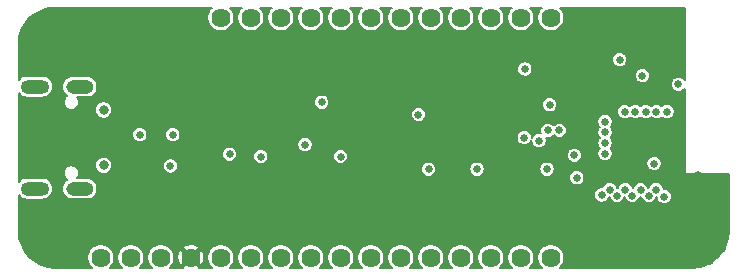
<source format=gbr>
%TF.GenerationSoftware,KiCad,Pcbnew,(5.1.9)-1*%
%TF.CreationDate,2021-04-07T15:03:24-04:00*%
%TF.ProjectId,Finch-Feather,46696e63-682d-4466-9561-746865722e6b,rev?*%
%TF.SameCoordinates,Original*%
%TF.FileFunction,Copper,L2,Inr*%
%TF.FilePolarity,Positive*%
%FSLAX46Y46*%
G04 Gerber Fmt 4.6, Leading zero omitted, Abs format (unit mm)*
G04 Created by KiCad (PCBNEW (5.1.9)-1) date 2021-04-07 15:03:24*
%MOMM*%
%LPD*%
G01*
G04 APERTURE LIST*
%TA.AperFunction,ComponentPad*%
%ADD10C,1.620000*%
%TD*%
%TA.AperFunction,ComponentPad*%
%ADD11O,2.400000X1.200000*%
%TD*%
%TA.AperFunction,ComponentPad*%
%ADD12O,2.316000X1.158000*%
%TD*%
%TA.AperFunction,ViaPad*%
%ADD13C,0.635000*%
%TD*%
%TA.AperFunction,ViaPad*%
%ADD14C,0.800000*%
%TD*%
%TA.AperFunction,Conductor*%
%ADD15C,0.152400*%
%TD*%
%TA.AperFunction,Conductor*%
%ADD16C,0.100000*%
%TD*%
G04 APERTURE END LIST*
D10*
%TO.N,/PH0*%
%TO.C,T2*%
X165000000Y-89840000D03*
%TO.N,/PH1*%
X162460000Y-89840000D03*
%TO.N,/PD14*%
X159920000Y-89840000D03*
%TO.N,/PE1*%
X157380000Y-89840000D03*
%TO.N,/PD13*%
X154840000Y-89840000D03*
%TO.N,/PD12*%
X152300000Y-89840000D03*
%TO.N,/PB7*%
X149760000Y-89840000D03*
%TO.N,/PB5*%
X147220000Y-89840000D03*
%TO.N,/PB4*%
X144680000Y-89840000D03*
%TO.N,VBUS*%
X142140000Y-89840000D03*
%TO.N,/ENABLE*%
X139600000Y-89840000D03*
%TO.N,/VBAT*%
X137060000Y-89840000D03*
%TD*%
%TO.N,/PE4*%
%TO.C,T4*%
X165000000Y-110160000D03*
%TO.N,/PB12*%
X162460000Y-110160000D03*
%TO.N,/PC13*%
X159920000Y-110160000D03*
%TO.N,/PB6*%
X157380000Y-110160000D03*
%TO.N,/PB15*%
X154840000Y-110160000D03*
%TO.N,/PB14*%
X152300000Y-110160000D03*
%TO.N,/PC6*%
X149760000Y-110160000D03*
%TO.N,/PB13*%
X147220000Y-110160000D03*
%TO.N,/PD1*%
X144680000Y-110160000D03*
%TO.N,/PC9*%
X142140000Y-110160000D03*
%TO.N,/PD2*%
X139600000Y-110160000D03*
%TO.N,/PD7*%
X137060000Y-110160000D03*
%TO.N,GND*%
X134520000Y-110160000D03*
%TO.N,Net-(T4-Pad3)*%
X131980000Y-110160000D03*
%TO.N,+3V3*%
X129440000Y-110160000D03*
%TO.N,/NRST*%
X126900000Y-110160000D03*
%TD*%
D11*
%TO.N,Net-(L1-Pad2)*%
%TO.C,T3*%
X121300000Y-104320000D03*
X121300000Y-95680000D03*
D12*
X125125000Y-104320000D03*
X125125000Y-95680000D03*
%TD*%
D13*
%TO.N,GND*%
X133250000Y-109250000D03*
X135750000Y-109250000D03*
%TO.N,/NRST*%
X162800000Y-94200000D03*
%TO.N,GND*%
X170500000Y-108450000D03*
X168500000Y-108450000D03*
X166500000Y-108450000D03*
X178500000Y-108400000D03*
X176500000Y-108400000D03*
X174500000Y-108450000D03*
X172500000Y-108450000D03*
X173500000Y-107450000D03*
X175500000Y-107450000D03*
X177500000Y-107450000D03*
X179500000Y-107450000D03*
X178500000Y-106450000D03*
X176500000Y-106450000D03*
X174500000Y-106450000D03*
X175500000Y-105450000D03*
X176500000Y-104450000D03*
X177500000Y-105450000D03*
X178500000Y-104450000D03*
X179500000Y-105450000D03*
X151000000Y-109250000D03*
X153550000Y-109250000D03*
X156100000Y-109250000D03*
X145950000Y-109250000D03*
X143400000Y-109200000D03*
X138300000Y-109200000D03*
X148500000Y-109300000D03*
X134200000Y-97400000D03*
X128400000Y-96800000D03*
X127000000Y-93400000D03*
X128400000Y-95400000D03*
X130400000Y-91000000D03*
X150200000Y-99000000D03*
X147200000Y-96200000D03*
X141680000Y-95200000D03*
X141400000Y-99200000D03*
X130400000Y-104500000D03*
X131200000Y-103800000D03*
X127000000Y-99750000D03*
X173950000Y-100450000D03*
X169200000Y-90200000D03*
X168225000Y-103306410D03*
X123800000Y-101800000D03*
X123400000Y-97600000D03*
X145600000Y-100393590D03*
X169800000Y-97600000D03*
X175600000Y-98650000D03*
X169400000Y-93400000D03*
X168213100Y-93386900D03*
X165828797Y-104228797D03*
X153882964Y-99083000D03*
X131200000Y-105200000D03*
X172083006Y-91117054D03*
X140900000Y-109200000D03*
X167500000Y-109450000D03*
X171500000Y-109450000D03*
X169500000Y-109450000D03*
X168500000Y-110450000D03*
X170500000Y-110450000D03*
X173500000Y-109450000D03*
X172500000Y-110450000D03*
X174500000Y-110450000D03*
X166500000Y-110450000D03*
X175500000Y-109450000D03*
X176500000Y-110450000D03*
X177500000Y-109450000D03*
X178500000Y-110450000D03*
X179500000Y-109450000D03*
X175500000Y-102000000D03*
X154650000Y-101400000D03*
X158750000Y-97599982D03*
X164750000Y-101408010D03*
X140749994Y-102750000D03*
X177474994Y-103175000D03*
X173750000Y-93250000D03*
X175000000Y-93500000D03*
X174425000Y-96000000D03*
X120500000Y-93750000D03*
X120750000Y-106250000D03*
X124000000Y-89500000D03*
X124750000Y-110500000D03*
X158750000Y-109250000D03*
X161250000Y-109250000D03*
X163750000Y-109250000D03*
%TO.N,+3V3*%
X170825000Y-93400000D03*
X167200000Y-103400000D03*
X175800000Y-95483000D03*
X153800071Y-98049999D03*
X154650000Y-102670000D03*
X164669914Y-102670000D03*
X164900000Y-97216590D03*
X164750014Y-99393032D03*
X172750002Y-94750000D03*
%TO.N,/JTAG_JTDI*%
X167000000Y-101500000D03*
X165733683Y-99393032D03*
%TO.N,/JTAG_SWDIO*%
X158750000Y-102670000D03*
X163999990Y-100258010D03*
%TO.N,/JTAG_JTDO*%
X162750000Y-100000000D03*
X173750000Y-102200000D03*
%TO.N,/PE4*%
X174600000Y-105000000D03*
%TO.N,/PB14*%
X171300000Y-104400000D03*
%TO.N,/PB15*%
X171900000Y-104900000D03*
%TO.N,/PB6*%
X172600000Y-104400000D03*
%TO.N,/PC13*%
X173300000Y-104900000D03*
%TO.N,/PB12*%
X173900000Y-104400000D03*
%TO.N,/PD1*%
X169300000Y-104866590D03*
%TO.N,/PB13*%
X170000000Y-104400000D03*
%TO.N,/PC6*%
X170600000Y-104900000D03*
%TO.N,/PD12*%
X169600000Y-98650000D03*
%TO.N,/PD13*%
X171250000Y-97800000D03*
%TO.N,/PE1*%
X172150000Y-97800000D03*
%TO.N,/PD14*%
X173050000Y-97800000D03*
%TO.N,/PH1*%
X173950000Y-97800000D03*
%TO.N,/PH0*%
X174850000Y-97800000D03*
%TO.N,VCC*%
X140450000Y-101600000D03*
X144200000Y-100600000D03*
X137800000Y-101400000D03*
X132800000Y-102400000D03*
X145600000Y-97000000D03*
%TO.N,VBUS*%
X133000000Y-99750000D03*
D14*
X127150000Y-97650000D03*
X127150000Y-102350000D03*
D13*
X130200000Y-99750000D03*
%TO.N,/ENABLE*%
X147200000Y-101600000D03*
%TO.N,/PD7*%
X169600000Y-99550000D03*
%TO.N,/PC9*%
X169600000Y-101350000D03*
%TO.N,/PD2*%
X169600000Y-100450000D03*
%TD*%
D15*
%TO.N,GND*%
X176323800Y-95101093D02*
X176303101Y-95070115D01*
X176212885Y-94979899D01*
X176106801Y-94909016D01*
X175988927Y-94860191D01*
X175863793Y-94835300D01*
X175736207Y-94835300D01*
X175611073Y-94860191D01*
X175493199Y-94909016D01*
X175387115Y-94979899D01*
X175296899Y-95070115D01*
X175226016Y-95176199D01*
X175177191Y-95294073D01*
X175152300Y-95419207D01*
X175152300Y-95546793D01*
X175177191Y-95671927D01*
X175226016Y-95789801D01*
X175296899Y-95895885D01*
X175387115Y-95986101D01*
X175493199Y-96056984D01*
X175611073Y-96105809D01*
X175736207Y-96130700D01*
X175863793Y-96130700D01*
X175988927Y-96105809D01*
X176106801Y-96056984D01*
X176212885Y-95986101D01*
X176303101Y-95895885D01*
X176323800Y-95864907D01*
X176323800Y-103000000D01*
X176325264Y-103014866D01*
X176329600Y-103029160D01*
X176336642Y-103042334D01*
X176346118Y-103053882D01*
X176357666Y-103063358D01*
X176370840Y-103070400D01*
X176385134Y-103074736D01*
X176400000Y-103076200D01*
X180049800Y-103076200D01*
X180049800Y-107908958D01*
X179989312Y-108525860D01*
X179816263Y-109099024D01*
X179535183Y-109627660D01*
X179156775Y-110091634D01*
X178695455Y-110473271D01*
X178168798Y-110758033D01*
X177596853Y-110935079D01*
X176981140Y-110999794D01*
X176979365Y-110999800D01*
X165772686Y-110999800D01*
X165885651Y-110886835D01*
X166010432Y-110700087D01*
X166096383Y-110492584D01*
X166140200Y-110272300D01*
X166140200Y-110047700D01*
X166096383Y-109827416D01*
X166010432Y-109619913D01*
X165885651Y-109433165D01*
X165726835Y-109274349D01*
X165540087Y-109149568D01*
X165332584Y-109063617D01*
X165112300Y-109019800D01*
X164887700Y-109019800D01*
X164667416Y-109063617D01*
X164459913Y-109149568D01*
X164273165Y-109274349D01*
X164114349Y-109433165D01*
X163989568Y-109619913D01*
X163903617Y-109827416D01*
X163859800Y-110047700D01*
X163859800Y-110272300D01*
X163903617Y-110492584D01*
X163989568Y-110700087D01*
X164114349Y-110886835D01*
X164227314Y-110999800D01*
X163232686Y-110999800D01*
X163345651Y-110886835D01*
X163470432Y-110700087D01*
X163556383Y-110492584D01*
X163600200Y-110272300D01*
X163600200Y-110047700D01*
X163556383Y-109827416D01*
X163470432Y-109619913D01*
X163345651Y-109433165D01*
X163186835Y-109274349D01*
X163000087Y-109149568D01*
X162792584Y-109063617D01*
X162572300Y-109019800D01*
X162347700Y-109019800D01*
X162127416Y-109063617D01*
X161919913Y-109149568D01*
X161733165Y-109274349D01*
X161574349Y-109433165D01*
X161449568Y-109619913D01*
X161363617Y-109827416D01*
X161319800Y-110047700D01*
X161319800Y-110272300D01*
X161363617Y-110492584D01*
X161449568Y-110700087D01*
X161574349Y-110886835D01*
X161687314Y-110999800D01*
X160692686Y-110999800D01*
X160805651Y-110886835D01*
X160930432Y-110700087D01*
X161016383Y-110492584D01*
X161060200Y-110272300D01*
X161060200Y-110047700D01*
X161016383Y-109827416D01*
X160930432Y-109619913D01*
X160805651Y-109433165D01*
X160646835Y-109274349D01*
X160460087Y-109149568D01*
X160252584Y-109063617D01*
X160032300Y-109019800D01*
X159807700Y-109019800D01*
X159587416Y-109063617D01*
X159379913Y-109149568D01*
X159193165Y-109274349D01*
X159034349Y-109433165D01*
X158909568Y-109619913D01*
X158823617Y-109827416D01*
X158779800Y-110047700D01*
X158779800Y-110272300D01*
X158823617Y-110492584D01*
X158909568Y-110700087D01*
X159034349Y-110886835D01*
X159147314Y-110999800D01*
X158152686Y-110999800D01*
X158265651Y-110886835D01*
X158390432Y-110700087D01*
X158476383Y-110492584D01*
X158520200Y-110272300D01*
X158520200Y-110047700D01*
X158476383Y-109827416D01*
X158390432Y-109619913D01*
X158265651Y-109433165D01*
X158106835Y-109274349D01*
X157920087Y-109149568D01*
X157712584Y-109063617D01*
X157492300Y-109019800D01*
X157267700Y-109019800D01*
X157047416Y-109063617D01*
X156839913Y-109149568D01*
X156653165Y-109274349D01*
X156494349Y-109433165D01*
X156369568Y-109619913D01*
X156283617Y-109827416D01*
X156239800Y-110047700D01*
X156239800Y-110272300D01*
X156283617Y-110492584D01*
X156369568Y-110700087D01*
X156494349Y-110886835D01*
X156607314Y-110999800D01*
X155612686Y-110999800D01*
X155725651Y-110886835D01*
X155850432Y-110700087D01*
X155936383Y-110492584D01*
X155980200Y-110272300D01*
X155980200Y-110047700D01*
X155936383Y-109827416D01*
X155850432Y-109619913D01*
X155725651Y-109433165D01*
X155566835Y-109274349D01*
X155380087Y-109149568D01*
X155172584Y-109063617D01*
X154952300Y-109019800D01*
X154727700Y-109019800D01*
X154507416Y-109063617D01*
X154299913Y-109149568D01*
X154113165Y-109274349D01*
X153954349Y-109433165D01*
X153829568Y-109619913D01*
X153743617Y-109827416D01*
X153699800Y-110047700D01*
X153699800Y-110272300D01*
X153743617Y-110492584D01*
X153829568Y-110700087D01*
X153954349Y-110886835D01*
X154067314Y-110999800D01*
X153072686Y-110999800D01*
X153185651Y-110886835D01*
X153310432Y-110700087D01*
X153396383Y-110492584D01*
X153440200Y-110272300D01*
X153440200Y-110047700D01*
X153396383Y-109827416D01*
X153310432Y-109619913D01*
X153185651Y-109433165D01*
X153026835Y-109274349D01*
X152840087Y-109149568D01*
X152632584Y-109063617D01*
X152412300Y-109019800D01*
X152187700Y-109019800D01*
X151967416Y-109063617D01*
X151759913Y-109149568D01*
X151573165Y-109274349D01*
X151414349Y-109433165D01*
X151289568Y-109619913D01*
X151203617Y-109827416D01*
X151159800Y-110047700D01*
X151159800Y-110272300D01*
X151203617Y-110492584D01*
X151289568Y-110700087D01*
X151414349Y-110886835D01*
X151527314Y-110999800D01*
X150532686Y-110999800D01*
X150645651Y-110886835D01*
X150770432Y-110700087D01*
X150856383Y-110492584D01*
X150900200Y-110272300D01*
X150900200Y-110047700D01*
X150856383Y-109827416D01*
X150770432Y-109619913D01*
X150645651Y-109433165D01*
X150486835Y-109274349D01*
X150300087Y-109149568D01*
X150092584Y-109063617D01*
X149872300Y-109019800D01*
X149647700Y-109019800D01*
X149427416Y-109063617D01*
X149219913Y-109149568D01*
X149033165Y-109274349D01*
X148874349Y-109433165D01*
X148749568Y-109619913D01*
X148663617Y-109827416D01*
X148619800Y-110047700D01*
X148619800Y-110272300D01*
X148663617Y-110492584D01*
X148749568Y-110700087D01*
X148874349Y-110886835D01*
X148987314Y-110999800D01*
X147992686Y-110999800D01*
X148105651Y-110886835D01*
X148230432Y-110700087D01*
X148316383Y-110492584D01*
X148360200Y-110272300D01*
X148360200Y-110047700D01*
X148316383Y-109827416D01*
X148230432Y-109619913D01*
X148105651Y-109433165D01*
X147946835Y-109274349D01*
X147760087Y-109149568D01*
X147552584Y-109063617D01*
X147332300Y-109019800D01*
X147107700Y-109019800D01*
X146887416Y-109063617D01*
X146679913Y-109149568D01*
X146493165Y-109274349D01*
X146334349Y-109433165D01*
X146209568Y-109619913D01*
X146123617Y-109827416D01*
X146079800Y-110047700D01*
X146079800Y-110272300D01*
X146123617Y-110492584D01*
X146209568Y-110700087D01*
X146334349Y-110886835D01*
X146447314Y-110999800D01*
X145452686Y-110999800D01*
X145565651Y-110886835D01*
X145690432Y-110700087D01*
X145776383Y-110492584D01*
X145820200Y-110272300D01*
X145820200Y-110047700D01*
X145776383Y-109827416D01*
X145690432Y-109619913D01*
X145565651Y-109433165D01*
X145406835Y-109274349D01*
X145220087Y-109149568D01*
X145012584Y-109063617D01*
X144792300Y-109019800D01*
X144567700Y-109019800D01*
X144347416Y-109063617D01*
X144139913Y-109149568D01*
X143953165Y-109274349D01*
X143794349Y-109433165D01*
X143669568Y-109619913D01*
X143583617Y-109827416D01*
X143539800Y-110047700D01*
X143539800Y-110272300D01*
X143583617Y-110492584D01*
X143669568Y-110700087D01*
X143794349Y-110886835D01*
X143907314Y-110999800D01*
X142912686Y-110999800D01*
X143025651Y-110886835D01*
X143150432Y-110700087D01*
X143236383Y-110492584D01*
X143280200Y-110272300D01*
X143280200Y-110047700D01*
X143236383Y-109827416D01*
X143150432Y-109619913D01*
X143025651Y-109433165D01*
X142866835Y-109274349D01*
X142680087Y-109149568D01*
X142472584Y-109063617D01*
X142252300Y-109019800D01*
X142027700Y-109019800D01*
X141807416Y-109063617D01*
X141599913Y-109149568D01*
X141413165Y-109274349D01*
X141254349Y-109433165D01*
X141129568Y-109619913D01*
X141043617Y-109827416D01*
X140999800Y-110047700D01*
X140999800Y-110272300D01*
X141043617Y-110492584D01*
X141129568Y-110700087D01*
X141254349Y-110886835D01*
X141367314Y-110999800D01*
X140372686Y-110999800D01*
X140485651Y-110886835D01*
X140610432Y-110700087D01*
X140696383Y-110492584D01*
X140740200Y-110272300D01*
X140740200Y-110047700D01*
X140696383Y-109827416D01*
X140610432Y-109619913D01*
X140485651Y-109433165D01*
X140326835Y-109274349D01*
X140140087Y-109149568D01*
X139932584Y-109063617D01*
X139712300Y-109019800D01*
X139487700Y-109019800D01*
X139267416Y-109063617D01*
X139059913Y-109149568D01*
X138873165Y-109274349D01*
X138714349Y-109433165D01*
X138589568Y-109619913D01*
X138503617Y-109827416D01*
X138459800Y-110047700D01*
X138459800Y-110272300D01*
X138503617Y-110492584D01*
X138589568Y-110700087D01*
X138714349Y-110886835D01*
X138827314Y-110999800D01*
X137832686Y-110999800D01*
X137945651Y-110886835D01*
X138070432Y-110700087D01*
X138156383Y-110492584D01*
X138200200Y-110272300D01*
X138200200Y-110047700D01*
X138156383Y-109827416D01*
X138070432Y-109619913D01*
X137945651Y-109433165D01*
X137786835Y-109274349D01*
X137600087Y-109149568D01*
X137392584Y-109063617D01*
X137172300Y-109019800D01*
X136947700Y-109019800D01*
X136727416Y-109063617D01*
X136519913Y-109149568D01*
X136333165Y-109274349D01*
X136174349Y-109433165D01*
X136049568Y-109619913D01*
X135963617Y-109827416D01*
X135919800Y-110047700D01*
X135919800Y-110272300D01*
X135963617Y-110492584D01*
X136049568Y-110700087D01*
X136174349Y-110886835D01*
X136287314Y-110999800D01*
X135180211Y-110999800D01*
X135186593Y-110988238D01*
X134520000Y-110321645D01*
X133853407Y-110988238D01*
X133859789Y-110999800D01*
X132752686Y-110999800D01*
X132865651Y-110886835D01*
X132990432Y-110700087D01*
X133076383Y-110492584D01*
X133120200Y-110272300D01*
X133120200Y-110229456D01*
X133376391Y-110229456D01*
X133411915Y-110451228D01*
X133490022Y-110661809D01*
X133530536Y-110737605D01*
X133691762Y-110826593D01*
X134358355Y-110160000D01*
X134681645Y-110160000D01*
X135348238Y-110826593D01*
X135509464Y-110737605D01*
X135603137Y-110533472D01*
X135655186Y-110314986D01*
X135663609Y-110090544D01*
X135628085Y-109868772D01*
X135549978Y-109658191D01*
X135509464Y-109582395D01*
X135348238Y-109493407D01*
X134681645Y-110160000D01*
X134358355Y-110160000D01*
X133691762Y-109493407D01*
X133530536Y-109582395D01*
X133436863Y-109786528D01*
X133384814Y-110005014D01*
X133376391Y-110229456D01*
X133120200Y-110229456D01*
X133120200Y-110047700D01*
X133076383Y-109827416D01*
X132990432Y-109619913D01*
X132865651Y-109433165D01*
X132764248Y-109331762D01*
X133853407Y-109331762D01*
X134520000Y-109998355D01*
X135186593Y-109331762D01*
X135097605Y-109170536D01*
X134893472Y-109076863D01*
X134674986Y-109024814D01*
X134450544Y-109016391D01*
X134228772Y-109051915D01*
X134018191Y-109130022D01*
X133942395Y-109170536D01*
X133853407Y-109331762D01*
X132764248Y-109331762D01*
X132706835Y-109274349D01*
X132520087Y-109149568D01*
X132312584Y-109063617D01*
X132092300Y-109019800D01*
X131867700Y-109019800D01*
X131647416Y-109063617D01*
X131439913Y-109149568D01*
X131253165Y-109274349D01*
X131094349Y-109433165D01*
X130969568Y-109619913D01*
X130883617Y-109827416D01*
X130839800Y-110047700D01*
X130839800Y-110272300D01*
X130883617Y-110492584D01*
X130969568Y-110700087D01*
X131094349Y-110886835D01*
X131207314Y-110999800D01*
X130212686Y-110999800D01*
X130325651Y-110886835D01*
X130450432Y-110700087D01*
X130536383Y-110492584D01*
X130580200Y-110272300D01*
X130580200Y-110047700D01*
X130536383Y-109827416D01*
X130450432Y-109619913D01*
X130325651Y-109433165D01*
X130166835Y-109274349D01*
X129980087Y-109149568D01*
X129772584Y-109063617D01*
X129552300Y-109019800D01*
X129327700Y-109019800D01*
X129107416Y-109063617D01*
X128899913Y-109149568D01*
X128713165Y-109274349D01*
X128554349Y-109433165D01*
X128429568Y-109619913D01*
X128343617Y-109827416D01*
X128299800Y-110047700D01*
X128299800Y-110272300D01*
X128343617Y-110492584D01*
X128429568Y-110700087D01*
X128554349Y-110886835D01*
X128667314Y-110999800D01*
X127672686Y-110999800D01*
X127785651Y-110886835D01*
X127910432Y-110700087D01*
X127996383Y-110492584D01*
X128040200Y-110272300D01*
X128040200Y-110047700D01*
X127996383Y-109827416D01*
X127910432Y-109619913D01*
X127785651Y-109433165D01*
X127626835Y-109274349D01*
X127440087Y-109149568D01*
X127232584Y-109063617D01*
X127012300Y-109019800D01*
X126787700Y-109019800D01*
X126567416Y-109063617D01*
X126359913Y-109149568D01*
X126173165Y-109274349D01*
X126014349Y-109433165D01*
X125889568Y-109619913D01*
X125803617Y-109827416D01*
X125759800Y-110047700D01*
X125759800Y-110272300D01*
X125803617Y-110492584D01*
X125889568Y-110700087D01*
X126014349Y-110886835D01*
X126127314Y-110999800D01*
X123041032Y-110999800D01*
X122424140Y-110939313D01*
X121850976Y-110766265D01*
X121322339Y-110485183D01*
X120858369Y-110106778D01*
X120476731Y-109645458D01*
X120191966Y-109118796D01*
X120014920Y-108546853D01*
X119950205Y-107931140D01*
X119950200Y-107929653D01*
X119950200Y-104872648D01*
X120039067Y-104980933D01*
X120180709Y-105097175D01*
X120342306Y-105183550D01*
X120517649Y-105236740D01*
X120654311Y-105250200D01*
X121945689Y-105250200D01*
X122082351Y-105236740D01*
X122257694Y-105183550D01*
X122419291Y-105097175D01*
X122560933Y-104980933D01*
X122677175Y-104839291D01*
X122763550Y-104677694D01*
X122816740Y-104502351D01*
X122834700Y-104320000D01*
X123632401Y-104320000D01*
X123649956Y-104498234D01*
X123701945Y-104669619D01*
X123786370Y-104827568D01*
X123899988Y-104966012D01*
X124038432Y-105079630D01*
X124196381Y-105164055D01*
X124367766Y-105216044D01*
X124501337Y-105229200D01*
X125748663Y-105229200D01*
X125882234Y-105216044D01*
X126053619Y-105164055D01*
X126211568Y-105079630D01*
X126350012Y-104966012D01*
X126463630Y-104827568D01*
X126476870Y-104802797D01*
X168652300Y-104802797D01*
X168652300Y-104930383D01*
X168677191Y-105055517D01*
X168726016Y-105173391D01*
X168796899Y-105279475D01*
X168887115Y-105369691D01*
X168993199Y-105440574D01*
X169111073Y-105489399D01*
X169236207Y-105514290D01*
X169363793Y-105514290D01*
X169488927Y-105489399D01*
X169606801Y-105440574D01*
X169712885Y-105369691D01*
X169803101Y-105279475D01*
X169873984Y-105173391D01*
X169922809Y-105055517D01*
X169924815Y-105045434D01*
X169936207Y-105047700D01*
X169968990Y-105047700D01*
X169977191Y-105088927D01*
X170026016Y-105206801D01*
X170096899Y-105312885D01*
X170187115Y-105403101D01*
X170293199Y-105473984D01*
X170411073Y-105522809D01*
X170536207Y-105547700D01*
X170663793Y-105547700D01*
X170788927Y-105522809D01*
X170906801Y-105473984D01*
X171012885Y-105403101D01*
X171103101Y-105312885D01*
X171173984Y-105206801D01*
X171222809Y-105088927D01*
X171231207Y-105046706D01*
X171236207Y-105047700D01*
X171268990Y-105047700D01*
X171277191Y-105088927D01*
X171326016Y-105206801D01*
X171396899Y-105312885D01*
X171487115Y-105403101D01*
X171593199Y-105473984D01*
X171711073Y-105522809D01*
X171836207Y-105547700D01*
X171963793Y-105547700D01*
X172088927Y-105522809D01*
X172206801Y-105473984D01*
X172312885Y-105403101D01*
X172403101Y-105312885D01*
X172473984Y-105206801D01*
X172522809Y-105088927D01*
X172531207Y-105046706D01*
X172536207Y-105047700D01*
X172663793Y-105047700D01*
X172668793Y-105046706D01*
X172677191Y-105088927D01*
X172726016Y-105206801D01*
X172796899Y-105312885D01*
X172887115Y-105403101D01*
X172993199Y-105473984D01*
X173111073Y-105522809D01*
X173236207Y-105547700D01*
X173363793Y-105547700D01*
X173488927Y-105522809D01*
X173606801Y-105473984D01*
X173712885Y-105403101D01*
X173803101Y-105312885D01*
X173873984Y-105206801D01*
X173922809Y-105088927D01*
X173931010Y-105047700D01*
X173952300Y-105047700D01*
X173952300Y-105063793D01*
X173977191Y-105188927D01*
X174026016Y-105306801D01*
X174096899Y-105412885D01*
X174187115Y-105503101D01*
X174293199Y-105573984D01*
X174411073Y-105622809D01*
X174536207Y-105647700D01*
X174663793Y-105647700D01*
X174788927Y-105622809D01*
X174906801Y-105573984D01*
X175012885Y-105503101D01*
X175103101Y-105412885D01*
X175173984Y-105306801D01*
X175222809Y-105188927D01*
X175247700Y-105063793D01*
X175247700Y-104936207D01*
X175222809Y-104811073D01*
X175173984Y-104693199D01*
X175103101Y-104587115D01*
X175012885Y-104496899D01*
X174906801Y-104426016D01*
X174788927Y-104377191D01*
X174663793Y-104352300D01*
X174547700Y-104352300D01*
X174547700Y-104336207D01*
X174522809Y-104211073D01*
X174473984Y-104093199D01*
X174403101Y-103987115D01*
X174312885Y-103896899D01*
X174206801Y-103826016D01*
X174088927Y-103777191D01*
X173963793Y-103752300D01*
X173836207Y-103752300D01*
X173711073Y-103777191D01*
X173593199Y-103826016D01*
X173487115Y-103896899D01*
X173396899Y-103987115D01*
X173326016Y-104093199D01*
X173277191Y-104211073D01*
X173268990Y-104252300D01*
X173236207Y-104252300D01*
X173231207Y-104253294D01*
X173222809Y-104211073D01*
X173173984Y-104093199D01*
X173103101Y-103987115D01*
X173012885Y-103896899D01*
X172906801Y-103826016D01*
X172788927Y-103777191D01*
X172663793Y-103752300D01*
X172536207Y-103752300D01*
X172411073Y-103777191D01*
X172293199Y-103826016D01*
X172187115Y-103896899D01*
X172096899Y-103987115D01*
X172026016Y-104093199D01*
X171977191Y-104211073D01*
X171968793Y-104253294D01*
X171963793Y-104252300D01*
X171931010Y-104252300D01*
X171922809Y-104211073D01*
X171873984Y-104093199D01*
X171803101Y-103987115D01*
X171712885Y-103896899D01*
X171606801Y-103826016D01*
X171488927Y-103777191D01*
X171363793Y-103752300D01*
X171236207Y-103752300D01*
X171111073Y-103777191D01*
X170993199Y-103826016D01*
X170887115Y-103896899D01*
X170796899Y-103987115D01*
X170726016Y-104093199D01*
X170677191Y-104211073D01*
X170668793Y-104253294D01*
X170663793Y-104252300D01*
X170631010Y-104252300D01*
X170622809Y-104211073D01*
X170573984Y-104093199D01*
X170503101Y-103987115D01*
X170412885Y-103896899D01*
X170306801Y-103826016D01*
X170188927Y-103777191D01*
X170063793Y-103752300D01*
X169936207Y-103752300D01*
X169811073Y-103777191D01*
X169693199Y-103826016D01*
X169587115Y-103896899D01*
X169496899Y-103987115D01*
X169426016Y-104093199D01*
X169377191Y-104211073D01*
X169375185Y-104221156D01*
X169363793Y-104218890D01*
X169236207Y-104218890D01*
X169111073Y-104243781D01*
X168993199Y-104292606D01*
X168887115Y-104363489D01*
X168796899Y-104453705D01*
X168726016Y-104559789D01*
X168677191Y-104677663D01*
X168652300Y-104802797D01*
X126476870Y-104802797D01*
X126548055Y-104669619D01*
X126600044Y-104498234D01*
X126617599Y-104320000D01*
X126600044Y-104141766D01*
X126548055Y-103970381D01*
X126463630Y-103812432D01*
X126350012Y-103673988D01*
X126211568Y-103560370D01*
X126053619Y-103475945D01*
X125882234Y-103423956D01*
X125748663Y-103410800D01*
X124901488Y-103410800D01*
X124951329Y-103336207D01*
X166552300Y-103336207D01*
X166552300Y-103463793D01*
X166577191Y-103588927D01*
X166626016Y-103706801D01*
X166696899Y-103812885D01*
X166787115Y-103903101D01*
X166893199Y-103973984D01*
X167011073Y-104022809D01*
X167136207Y-104047700D01*
X167263793Y-104047700D01*
X167388927Y-104022809D01*
X167506801Y-103973984D01*
X167612885Y-103903101D01*
X167703101Y-103812885D01*
X167773984Y-103706801D01*
X167822809Y-103588927D01*
X167847700Y-103463793D01*
X167847700Y-103336207D01*
X167822809Y-103211073D01*
X167773984Y-103093199D01*
X167703101Y-102987115D01*
X167612885Y-102896899D01*
X167506801Y-102826016D01*
X167388927Y-102777191D01*
X167263793Y-102752300D01*
X167136207Y-102752300D01*
X167011073Y-102777191D01*
X166893199Y-102826016D01*
X166787115Y-102896899D01*
X166696899Y-102987115D01*
X166626016Y-103093199D01*
X166577191Y-103211073D01*
X166552300Y-103336207D01*
X124951329Y-103336207D01*
X124971769Y-103305617D01*
X125020405Y-103188198D01*
X125045200Y-103063547D01*
X125045200Y-102936453D01*
X125020405Y-102811802D01*
X124971769Y-102694383D01*
X124901160Y-102588709D01*
X124811291Y-102498840D01*
X124705617Y-102428231D01*
X124588198Y-102379595D01*
X124463547Y-102354800D01*
X124336453Y-102354800D01*
X124211802Y-102379595D01*
X124094383Y-102428231D01*
X123988709Y-102498840D01*
X123898840Y-102588709D01*
X123828231Y-102694383D01*
X123779595Y-102811802D01*
X123754800Y-102936453D01*
X123754800Y-103063547D01*
X123779595Y-103188198D01*
X123828231Y-103305617D01*
X123898840Y-103411291D01*
X123988709Y-103501160D01*
X124060039Y-103548821D01*
X124038432Y-103560370D01*
X123899988Y-103673988D01*
X123786370Y-103812432D01*
X123701945Y-103970381D01*
X123649956Y-104141766D01*
X123632401Y-104320000D01*
X122834700Y-104320000D01*
X122816740Y-104137649D01*
X122763550Y-103962306D01*
X122677175Y-103800709D01*
X122560933Y-103659067D01*
X122419291Y-103542825D01*
X122257694Y-103456450D01*
X122082351Y-103403260D01*
X121945689Y-103389800D01*
X120654311Y-103389800D01*
X120517649Y-103403260D01*
X120342306Y-103456450D01*
X120180709Y-103542825D01*
X120039067Y-103659067D01*
X119950200Y-103767352D01*
X119950200Y-102278082D01*
X126419800Y-102278082D01*
X126419800Y-102421918D01*
X126447861Y-102562991D01*
X126502905Y-102695879D01*
X126582817Y-102815475D01*
X126684525Y-102917183D01*
X126804121Y-102997095D01*
X126937009Y-103052139D01*
X127078082Y-103080200D01*
X127221918Y-103080200D01*
X127362991Y-103052139D01*
X127495879Y-102997095D01*
X127615475Y-102917183D01*
X127717183Y-102815475D01*
X127797095Y-102695879D01*
X127852139Y-102562991D01*
X127880200Y-102421918D01*
X127880200Y-102336207D01*
X132152300Y-102336207D01*
X132152300Y-102463793D01*
X132177191Y-102588927D01*
X132226016Y-102706801D01*
X132296899Y-102812885D01*
X132387115Y-102903101D01*
X132493199Y-102973984D01*
X132611073Y-103022809D01*
X132736207Y-103047700D01*
X132863793Y-103047700D01*
X132988927Y-103022809D01*
X133106801Y-102973984D01*
X133212885Y-102903101D01*
X133303101Y-102812885D01*
X133373984Y-102706801D01*
X133415651Y-102606207D01*
X154002300Y-102606207D01*
X154002300Y-102733793D01*
X154027191Y-102858927D01*
X154076016Y-102976801D01*
X154146899Y-103082885D01*
X154237115Y-103173101D01*
X154343199Y-103243984D01*
X154461073Y-103292809D01*
X154586207Y-103317700D01*
X154713793Y-103317700D01*
X154838927Y-103292809D01*
X154956801Y-103243984D01*
X155062885Y-103173101D01*
X155153101Y-103082885D01*
X155223984Y-102976801D01*
X155272809Y-102858927D01*
X155297700Y-102733793D01*
X155297700Y-102606207D01*
X158102300Y-102606207D01*
X158102300Y-102733793D01*
X158127191Y-102858927D01*
X158176016Y-102976801D01*
X158246899Y-103082885D01*
X158337115Y-103173101D01*
X158443199Y-103243984D01*
X158561073Y-103292809D01*
X158686207Y-103317700D01*
X158813793Y-103317700D01*
X158938927Y-103292809D01*
X159056801Y-103243984D01*
X159162885Y-103173101D01*
X159253101Y-103082885D01*
X159323984Y-102976801D01*
X159372809Y-102858927D01*
X159397700Y-102733793D01*
X159397700Y-102606207D01*
X164022214Y-102606207D01*
X164022214Y-102733793D01*
X164047105Y-102858927D01*
X164095930Y-102976801D01*
X164166813Y-103082885D01*
X164257029Y-103173101D01*
X164363113Y-103243984D01*
X164480987Y-103292809D01*
X164606121Y-103317700D01*
X164733707Y-103317700D01*
X164858841Y-103292809D01*
X164976715Y-103243984D01*
X165082799Y-103173101D01*
X165173015Y-103082885D01*
X165243898Y-102976801D01*
X165292723Y-102858927D01*
X165317614Y-102733793D01*
X165317614Y-102606207D01*
X165292723Y-102481073D01*
X165243898Y-102363199D01*
X165173015Y-102257115D01*
X165082799Y-102166899D01*
X164976715Y-102096016D01*
X164858841Y-102047191D01*
X164733707Y-102022300D01*
X164606121Y-102022300D01*
X164480987Y-102047191D01*
X164363113Y-102096016D01*
X164257029Y-102166899D01*
X164166813Y-102257115D01*
X164095930Y-102363199D01*
X164047105Y-102481073D01*
X164022214Y-102606207D01*
X159397700Y-102606207D01*
X159372809Y-102481073D01*
X159323984Y-102363199D01*
X159253101Y-102257115D01*
X159162885Y-102166899D01*
X159056801Y-102096016D01*
X158938927Y-102047191D01*
X158813793Y-102022300D01*
X158686207Y-102022300D01*
X158561073Y-102047191D01*
X158443199Y-102096016D01*
X158337115Y-102166899D01*
X158246899Y-102257115D01*
X158176016Y-102363199D01*
X158127191Y-102481073D01*
X158102300Y-102606207D01*
X155297700Y-102606207D01*
X155272809Y-102481073D01*
X155223984Y-102363199D01*
X155153101Y-102257115D01*
X155062885Y-102166899D01*
X154956801Y-102096016D01*
X154838927Y-102047191D01*
X154713793Y-102022300D01*
X154586207Y-102022300D01*
X154461073Y-102047191D01*
X154343199Y-102096016D01*
X154237115Y-102166899D01*
X154146899Y-102257115D01*
X154076016Y-102363199D01*
X154027191Y-102481073D01*
X154002300Y-102606207D01*
X133415651Y-102606207D01*
X133422809Y-102588927D01*
X133447700Y-102463793D01*
X133447700Y-102336207D01*
X133422809Y-102211073D01*
X133373984Y-102093199D01*
X133303101Y-101987115D01*
X133212885Y-101896899D01*
X133106801Y-101826016D01*
X132988927Y-101777191D01*
X132863793Y-101752300D01*
X132736207Y-101752300D01*
X132611073Y-101777191D01*
X132493199Y-101826016D01*
X132387115Y-101896899D01*
X132296899Y-101987115D01*
X132226016Y-102093199D01*
X132177191Y-102211073D01*
X132152300Y-102336207D01*
X127880200Y-102336207D01*
X127880200Y-102278082D01*
X127852139Y-102137009D01*
X127797095Y-102004121D01*
X127717183Y-101884525D01*
X127615475Y-101782817D01*
X127495879Y-101702905D01*
X127362991Y-101647861D01*
X127221918Y-101619800D01*
X127078082Y-101619800D01*
X126937009Y-101647861D01*
X126804121Y-101702905D01*
X126684525Y-101782817D01*
X126582817Y-101884525D01*
X126502905Y-102004121D01*
X126447861Y-102137009D01*
X126419800Y-102278082D01*
X119950200Y-102278082D01*
X119950200Y-101336207D01*
X137152300Y-101336207D01*
X137152300Y-101463793D01*
X137177191Y-101588927D01*
X137226016Y-101706801D01*
X137296899Y-101812885D01*
X137387115Y-101903101D01*
X137493199Y-101973984D01*
X137611073Y-102022809D01*
X137736207Y-102047700D01*
X137863793Y-102047700D01*
X137988927Y-102022809D01*
X138106801Y-101973984D01*
X138212885Y-101903101D01*
X138303101Y-101812885D01*
X138373984Y-101706801D01*
X138422809Y-101588927D01*
X138433295Y-101536207D01*
X139802300Y-101536207D01*
X139802300Y-101663793D01*
X139827191Y-101788927D01*
X139876016Y-101906801D01*
X139946899Y-102012885D01*
X140037115Y-102103101D01*
X140143199Y-102173984D01*
X140261073Y-102222809D01*
X140386207Y-102247700D01*
X140513793Y-102247700D01*
X140638927Y-102222809D01*
X140756801Y-102173984D01*
X140862885Y-102103101D01*
X140953101Y-102012885D01*
X141023984Y-101906801D01*
X141072809Y-101788927D01*
X141097700Y-101663793D01*
X141097700Y-101536207D01*
X146552300Y-101536207D01*
X146552300Y-101663793D01*
X146577191Y-101788927D01*
X146626016Y-101906801D01*
X146696899Y-102012885D01*
X146787115Y-102103101D01*
X146893199Y-102173984D01*
X147011073Y-102222809D01*
X147136207Y-102247700D01*
X147263793Y-102247700D01*
X147388927Y-102222809D01*
X147506801Y-102173984D01*
X147612885Y-102103101D01*
X147703101Y-102012885D01*
X147773984Y-101906801D01*
X147822809Y-101788927D01*
X147847700Y-101663793D01*
X147847700Y-101536207D01*
X147827809Y-101436207D01*
X166352300Y-101436207D01*
X166352300Y-101563793D01*
X166377191Y-101688927D01*
X166426016Y-101806801D01*
X166496899Y-101912885D01*
X166587115Y-102003101D01*
X166693199Y-102073984D01*
X166811073Y-102122809D01*
X166936207Y-102147700D01*
X167063793Y-102147700D01*
X167121571Y-102136207D01*
X173102300Y-102136207D01*
X173102300Y-102263793D01*
X173127191Y-102388927D01*
X173176016Y-102506801D01*
X173246899Y-102612885D01*
X173337115Y-102703101D01*
X173443199Y-102773984D01*
X173561073Y-102822809D01*
X173686207Y-102847700D01*
X173813793Y-102847700D01*
X173938927Y-102822809D01*
X174056801Y-102773984D01*
X174162885Y-102703101D01*
X174253101Y-102612885D01*
X174323984Y-102506801D01*
X174372809Y-102388927D01*
X174397700Y-102263793D01*
X174397700Y-102136207D01*
X174372809Y-102011073D01*
X174323984Y-101893199D01*
X174253101Y-101787115D01*
X174162885Y-101696899D01*
X174056801Y-101626016D01*
X173938927Y-101577191D01*
X173813793Y-101552300D01*
X173686207Y-101552300D01*
X173561073Y-101577191D01*
X173443199Y-101626016D01*
X173337115Y-101696899D01*
X173246899Y-101787115D01*
X173176016Y-101893199D01*
X173127191Y-102011073D01*
X173102300Y-102136207D01*
X167121571Y-102136207D01*
X167188927Y-102122809D01*
X167306801Y-102073984D01*
X167412885Y-102003101D01*
X167503101Y-101912885D01*
X167573984Y-101806801D01*
X167622809Y-101688927D01*
X167647700Y-101563793D01*
X167647700Y-101436207D01*
X167622809Y-101311073D01*
X167573984Y-101193199D01*
X167503101Y-101087115D01*
X167412885Y-100996899D01*
X167306801Y-100926016D01*
X167188927Y-100877191D01*
X167063793Y-100852300D01*
X166936207Y-100852300D01*
X166811073Y-100877191D01*
X166693199Y-100926016D01*
X166587115Y-100996899D01*
X166496899Y-101087115D01*
X166426016Y-101193199D01*
X166377191Y-101311073D01*
X166352300Y-101436207D01*
X147827809Y-101436207D01*
X147822809Y-101411073D01*
X147773984Y-101293199D01*
X147703101Y-101187115D01*
X147612885Y-101096899D01*
X147506801Y-101026016D01*
X147388927Y-100977191D01*
X147263793Y-100952300D01*
X147136207Y-100952300D01*
X147011073Y-100977191D01*
X146893199Y-101026016D01*
X146787115Y-101096899D01*
X146696899Y-101187115D01*
X146626016Y-101293199D01*
X146577191Y-101411073D01*
X146552300Y-101536207D01*
X141097700Y-101536207D01*
X141072809Y-101411073D01*
X141023984Y-101293199D01*
X140953101Y-101187115D01*
X140862885Y-101096899D01*
X140756801Y-101026016D01*
X140638927Y-100977191D01*
X140513793Y-100952300D01*
X140386207Y-100952300D01*
X140261073Y-100977191D01*
X140143199Y-101026016D01*
X140037115Y-101096899D01*
X139946899Y-101187115D01*
X139876016Y-101293199D01*
X139827191Y-101411073D01*
X139802300Y-101536207D01*
X138433295Y-101536207D01*
X138447700Y-101463793D01*
X138447700Y-101336207D01*
X138422809Y-101211073D01*
X138373984Y-101093199D01*
X138303101Y-100987115D01*
X138212885Y-100896899D01*
X138106801Y-100826016D01*
X137988927Y-100777191D01*
X137863793Y-100752300D01*
X137736207Y-100752300D01*
X137611073Y-100777191D01*
X137493199Y-100826016D01*
X137387115Y-100896899D01*
X137296899Y-100987115D01*
X137226016Y-101093199D01*
X137177191Y-101211073D01*
X137152300Y-101336207D01*
X119950200Y-101336207D01*
X119950200Y-100536207D01*
X143552300Y-100536207D01*
X143552300Y-100663793D01*
X143577191Y-100788927D01*
X143626016Y-100906801D01*
X143696899Y-101012885D01*
X143787115Y-101103101D01*
X143893199Y-101173984D01*
X144011073Y-101222809D01*
X144136207Y-101247700D01*
X144263793Y-101247700D01*
X144388927Y-101222809D01*
X144506801Y-101173984D01*
X144612885Y-101103101D01*
X144703101Y-101012885D01*
X144773984Y-100906801D01*
X144822809Y-100788927D01*
X144847700Y-100663793D01*
X144847700Y-100536207D01*
X144822809Y-100411073D01*
X144773984Y-100293199D01*
X144703101Y-100187115D01*
X144612885Y-100096899D01*
X144506801Y-100026016D01*
X144388927Y-99977191D01*
X144263793Y-99952300D01*
X144136207Y-99952300D01*
X144011073Y-99977191D01*
X143893199Y-100026016D01*
X143787115Y-100096899D01*
X143696899Y-100187115D01*
X143626016Y-100293199D01*
X143577191Y-100411073D01*
X143552300Y-100536207D01*
X119950200Y-100536207D01*
X119950200Y-99686207D01*
X129552300Y-99686207D01*
X129552300Y-99813793D01*
X129577191Y-99938927D01*
X129626016Y-100056801D01*
X129696899Y-100162885D01*
X129787115Y-100253101D01*
X129893199Y-100323984D01*
X130011073Y-100372809D01*
X130136207Y-100397700D01*
X130263793Y-100397700D01*
X130388927Y-100372809D01*
X130506801Y-100323984D01*
X130612885Y-100253101D01*
X130703101Y-100162885D01*
X130773984Y-100056801D01*
X130822809Y-99938927D01*
X130847700Y-99813793D01*
X130847700Y-99686207D01*
X132352300Y-99686207D01*
X132352300Y-99813793D01*
X132377191Y-99938927D01*
X132426016Y-100056801D01*
X132496899Y-100162885D01*
X132587115Y-100253101D01*
X132693199Y-100323984D01*
X132811073Y-100372809D01*
X132936207Y-100397700D01*
X133063793Y-100397700D01*
X133188927Y-100372809D01*
X133306801Y-100323984D01*
X133412885Y-100253101D01*
X133503101Y-100162885D01*
X133573984Y-100056801D01*
X133622809Y-99938927D01*
X133623350Y-99936207D01*
X162102300Y-99936207D01*
X162102300Y-100063793D01*
X162127191Y-100188927D01*
X162176016Y-100306801D01*
X162246899Y-100412885D01*
X162337115Y-100503101D01*
X162443199Y-100573984D01*
X162561073Y-100622809D01*
X162686207Y-100647700D01*
X162813793Y-100647700D01*
X162938927Y-100622809D01*
X163056801Y-100573984D01*
X163162885Y-100503101D01*
X163253101Y-100412885D01*
X163323984Y-100306801D01*
X163352290Y-100238464D01*
X163352290Y-100321803D01*
X163377181Y-100446937D01*
X163426006Y-100564811D01*
X163496889Y-100670895D01*
X163587105Y-100761111D01*
X163693189Y-100831994D01*
X163811063Y-100880819D01*
X163936197Y-100905710D01*
X164063783Y-100905710D01*
X164188917Y-100880819D01*
X164306791Y-100831994D01*
X164412875Y-100761111D01*
X164503091Y-100670895D01*
X164573974Y-100564811D01*
X164622799Y-100446937D01*
X164647690Y-100321803D01*
X164647690Y-100194217D01*
X164622799Y-100069083D01*
X164604306Y-100024438D01*
X164686221Y-100040732D01*
X164813807Y-100040732D01*
X164938941Y-100015841D01*
X165056815Y-99967016D01*
X165162899Y-99896133D01*
X165241849Y-99817184D01*
X165320798Y-99896133D01*
X165426882Y-99967016D01*
X165544756Y-100015841D01*
X165669890Y-100040732D01*
X165797476Y-100040732D01*
X165922610Y-100015841D01*
X166040484Y-99967016D01*
X166146568Y-99896133D01*
X166236784Y-99805917D01*
X166307667Y-99699833D01*
X166356492Y-99581959D01*
X166381383Y-99456825D01*
X166381383Y-99329239D01*
X166356492Y-99204105D01*
X166307667Y-99086231D01*
X166236784Y-98980147D01*
X166146568Y-98889931D01*
X166040484Y-98819048D01*
X165922610Y-98770223D01*
X165797476Y-98745332D01*
X165669890Y-98745332D01*
X165544756Y-98770223D01*
X165426882Y-98819048D01*
X165320798Y-98889931D01*
X165241849Y-98968881D01*
X165162899Y-98889931D01*
X165056815Y-98819048D01*
X164938941Y-98770223D01*
X164813807Y-98745332D01*
X164686221Y-98745332D01*
X164561087Y-98770223D01*
X164443213Y-98819048D01*
X164337129Y-98889931D01*
X164246913Y-98980147D01*
X164176030Y-99086231D01*
X164127205Y-99204105D01*
X164102314Y-99329239D01*
X164102314Y-99456825D01*
X164127205Y-99581959D01*
X164145698Y-99626604D01*
X164063783Y-99610310D01*
X163936197Y-99610310D01*
X163811063Y-99635201D01*
X163693189Y-99684026D01*
X163587105Y-99754909D01*
X163496889Y-99845125D01*
X163426006Y-99951209D01*
X163397700Y-100019546D01*
X163397700Y-99936207D01*
X163372809Y-99811073D01*
X163323984Y-99693199D01*
X163253101Y-99587115D01*
X163162885Y-99496899D01*
X163056801Y-99426016D01*
X162938927Y-99377191D01*
X162813793Y-99352300D01*
X162686207Y-99352300D01*
X162561073Y-99377191D01*
X162443199Y-99426016D01*
X162337115Y-99496899D01*
X162246899Y-99587115D01*
X162176016Y-99693199D01*
X162127191Y-99811073D01*
X162102300Y-99936207D01*
X133623350Y-99936207D01*
X133647700Y-99813793D01*
X133647700Y-99686207D01*
X133622809Y-99561073D01*
X133573984Y-99443199D01*
X133503101Y-99337115D01*
X133412885Y-99246899D01*
X133306801Y-99176016D01*
X133188927Y-99127191D01*
X133063793Y-99102300D01*
X132936207Y-99102300D01*
X132811073Y-99127191D01*
X132693199Y-99176016D01*
X132587115Y-99246899D01*
X132496899Y-99337115D01*
X132426016Y-99443199D01*
X132377191Y-99561073D01*
X132352300Y-99686207D01*
X130847700Y-99686207D01*
X130822809Y-99561073D01*
X130773984Y-99443199D01*
X130703101Y-99337115D01*
X130612885Y-99246899D01*
X130506801Y-99176016D01*
X130388927Y-99127191D01*
X130263793Y-99102300D01*
X130136207Y-99102300D01*
X130011073Y-99127191D01*
X129893199Y-99176016D01*
X129787115Y-99246899D01*
X129696899Y-99337115D01*
X129626016Y-99443199D01*
X129577191Y-99561073D01*
X129552300Y-99686207D01*
X119950200Y-99686207D01*
X119950200Y-96232648D01*
X120039067Y-96340933D01*
X120180709Y-96457175D01*
X120342306Y-96543550D01*
X120517649Y-96596740D01*
X120654311Y-96610200D01*
X121945689Y-96610200D01*
X122082351Y-96596740D01*
X122257694Y-96543550D01*
X122419291Y-96457175D01*
X122560933Y-96340933D01*
X122677175Y-96199291D01*
X122763550Y-96037694D01*
X122816740Y-95862351D01*
X122834700Y-95680000D01*
X123632401Y-95680000D01*
X123649956Y-95858234D01*
X123701945Y-96029619D01*
X123786370Y-96187568D01*
X123899988Y-96326012D01*
X124038432Y-96439630D01*
X124060039Y-96451179D01*
X123988709Y-96498840D01*
X123898840Y-96588709D01*
X123828231Y-96694383D01*
X123779595Y-96811802D01*
X123754800Y-96936453D01*
X123754800Y-97063547D01*
X123779595Y-97188198D01*
X123828231Y-97305617D01*
X123898840Y-97411291D01*
X123988709Y-97501160D01*
X124094383Y-97571769D01*
X124211802Y-97620405D01*
X124336453Y-97645200D01*
X124463547Y-97645200D01*
X124588198Y-97620405D01*
X124690375Y-97578082D01*
X126419800Y-97578082D01*
X126419800Y-97721918D01*
X126447861Y-97862991D01*
X126502905Y-97995879D01*
X126582817Y-98115475D01*
X126684525Y-98217183D01*
X126804121Y-98297095D01*
X126937009Y-98352139D01*
X127078082Y-98380200D01*
X127221918Y-98380200D01*
X127362991Y-98352139D01*
X127495879Y-98297095D01*
X127615475Y-98217183D01*
X127717183Y-98115475D01*
X127797095Y-97995879D01*
X127801101Y-97986206D01*
X153152371Y-97986206D01*
X153152371Y-98113792D01*
X153177262Y-98238926D01*
X153226087Y-98356800D01*
X153296970Y-98462884D01*
X153387186Y-98553100D01*
X153493270Y-98623983D01*
X153611144Y-98672808D01*
X153736278Y-98697699D01*
X153863864Y-98697699D01*
X153988998Y-98672808D01*
X154106872Y-98623983D01*
X154163407Y-98586207D01*
X168952300Y-98586207D01*
X168952300Y-98713793D01*
X168977191Y-98838927D01*
X169026016Y-98956801D01*
X169096899Y-99062885D01*
X169134014Y-99100000D01*
X169096899Y-99137115D01*
X169026016Y-99243199D01*
X168977191Y-99361073D01*
X168952300Y-99486207D01*
X168952300Y-99613793D01*
X168977191Y-99738927D01*
X169026016Y-99856801D01*
X169096899Y-99962885D01*
X169134014Y-100000000D01*
X169096899Y-100037115D01*
X169026016Y-100143199D01*
X168977191Y-100261073D01*
X168952300Y-100386207D01*
X168952300Y-100513793D01*
X168977191Y-100638927D01*
X169026016Y-100756801D01*
X169096899Y-100862885D01*
X169134014Y-100900000D01*
X169096899Y-100937115D01*
X169026016Y-101043199D01*
X168977191Y-101161073D01*
X168952300Y-101286207D01*
X168952300Y-101413793D01*
X168977191Y-101538927D01*
X169026016Y-101656801D01*
X169096899Y-101762885D01*
X169187115Y-101853101D01*
X169293199Y-101923984D01*
X169411073Y-101972809D01*
X169536207Y-101997700D01*
X169663793Y-101997700D01*
X169788927Y-101972809D01*
X169906801Y-101923984D01*
X170012885Y-101853101D01*
X170103101Y-101762885D01*
X170173984Y-101656801D01*
X170222809Y-101538927D01*
X170247700Y-101413793D01*
X170247700Y-101286207D01*
X170222809Y-101161073D01*
X170173984Y-101043199D01*
X170103101Y-100937115D01*
X170065986Y-100900000D01*
X170103101Y-100862885D01*
X170173984Y-100756801D01*
X170222809Y-100638927D01*
X170247700Y-100513793D01*
X170247700Y-100386207D01*
X170222809Y-100261073D01*
X170173984Y-100143199D01*
X170103101Y-100037115D01*
X170065986Y-100000000D01*
X170103101Y-99962885D01*
X170173984Y-99856801D01*
X170222809Y-99738927D01*
X170247700Y-99613793D01*
X170247700Y-99486207D01*
X170222809Y-99361073D01*
X170173984Y-99243199D01*
X170103101Y-99137115D01*
X170065986Y-99100000D01*
X170103101Y-99062885D01*
X170173984Y-98956801D01*
X170222809Y-98838927D01*
X170247700Y-98713793D01*
X170247700Y-98586207D01*
X170222809Y-98461073D01*
X170173984Y-98343199D01*
X170103101Y-98237115D01*
X170012885Y-98146899D01*
X169906801Y-98076016D01*
X169788927Y-98027191D01*
X169663793Y-98002300D01*
X169536207Y-98002300D01*
X169411073Y-98027191D01*
X169293199Y-98076016D01*
X169187115Y-98146899D01*
X169096899Y-98237115D01*
X169026016Y-98343199D01*
X168977191Y-98461073D01*
X168952300Y-98586207D01*
X154163407Y-98586207D01*
X154212956Y-98553100D01*
X154303172Y-98462884D01*
X154374055Y-98356800D01*
X154422880Y-98238926D01*
X154447771Y-98113792D01*
X154447771Y-97986206D01*
X154422880Y-97861072D01*
X154374055Y-97743198D01*
X154303172Y-97637114D01*
X154212956Y-97546898D01*
X154106872Y-97476015D01*
X153988998Y-97427190D01*
X153863864Y-97402299D01*
X153736278Y-97402299D01*
X153611144Y-97427190D01*
X153493270Y-97476015D01*
X153387186Y-97546898D01*
X153296970Y-97637114D01*
X153226087Y-97743198D01*
X153177262Y-97861072D01*
X153152371Y-97986206D01*
X127801101Y-97986206D01*
X127852139Y-97862991D01*
X127880200Y-97721918D01*
X127880200Y-97578082D01*
X127852139Y-97437009D01*
X127797095Y-97304121D01*
X127717183Y-97184525D01*
X127615475Y-97082817D01*
X127495879Y-97002905D01*
X127362991Y-96947861D01*
X127304403Y-96936207D01*
X144952300Y-96936207D01*
X144952300Y-97063793D01*
X144977191Y-97188927D01*
X145026016Y-97306801D01*
X145096899Y-97412885D01*
X145187115Y-97503101D01*
X145293199Y-97573984D01*
X145411073Y-97622809D01*
X145536207Y-97647700D01*
X145663793Y-97647700D01*
X145788927Y-97622809D01*
X145906801Y-97573984D01*
X146012885Y-97503101D01*
X146103101Y-97412885D01*
X146173984Y-97306801D01*
X146222809Y-97188927D01*
X146229995Y-97152797D01*
X164252300Y-97152797D01*
X164252300Y-97280383D01*
X164277191Y-97405517D01*
X164326016Y-97523391D01*
X164396899Y-97629475D01*
X164487115Y-97719691D01*
X164593199Y-97790574D01*
X164711073Y-97839399D01*
X164836207Y-97864290D01*
X164963793Y-97864290D01*
X165088927Y-97839399D01*
X165206801Y-97790574D01*
X165288167Y-97736207D01*
X170602300Y-97736207D01*
X170602300Y-97863793D01*
X170627191Y-97988927D01*
X170676016Y-98106801D01*
X170746899Y-98212885D01*
X170837115Y-98303101D01*
X170943199Y-98373984D01*
X171061073Y-98422809D01*
X171186207Y-98447700D01*
X171313793Y-98447700D01*
X171438927Y-98422809D01*
X171556801Y-98373984D01*
X171662885Y-98303101D01*
X171700000Y-98265986D01*
X171737115Y-98303101D01*
X171843199Y-98373984D01*
X171961073Y-98422809D01*
X172086207Y-98447700D01*
X172213793Y-98447700D01*
X172338927Y-98422809D01*
X172456801Y-98373984D01*
X172562885Y-98303101D01*
X172600000Y-98265986D01*
X172637115Y-98303101D01*
X172743199Y-98373984D01*
X172861073Y-98422809D01*
X172986207Y-98447700D01*
X173113793Y-98447700D01*
X173238927Y-98422809D01*
X173356801Y-98373984D01*
X173462885Y-98303101D01*
X173500000Y-98265986D01*
X173537115Y-98303101D01*
X173643199Y-98373984D01*
X173761073Y-98422809D01*
X173886207Y-98447700D01*
X174013793Y-98447700D01*
X174138927Y-98422809D01*
X174256801Y-98373984D01*
X174362885Y-98303101D01*
X174400000Y-98265986D01*
X174437115Y-98303101D01*
X174543199Y-98373984D01*
X174661073Y-98422809D01*
X174786207Y-98447700D01*
X174913793Y-98447700D01*
X175038927Y-98422809D01*
X175156801Y-98373984D01*
X175262885Y-98303101D01*
X175353101Y-98212885D01*
X175423984Y-98106801D01*
X175472809Y-97988927D01*
X175497700Y-97863793D01*
X175497700Y-97736207D01*
X175472809Y-97611073D01*
X175423984Y-97493199D01*
X175353101Y-97387115D01*
X175262885Y-97296899D01*
X175156801Y-97226016D01*
X175038927Y-97177191D01*
X174913793Y-97152300D01*
X174786207Y-97152300D01*
X174661073Y-97177191D01*
X174543199Y-97226016D01*
X174437115Y-97296899D01*
X174400000Y-97334014D01*
X174362885Y-97296899D01*
X174256801Y-97226016D01*
X174138927Y-97177191D01*
X174013793Y-97152300D01*
X173886207Y-97152300D01*
X173761073Y-97177191D01*
X173643199Y-97226016D01*
X173537115Y-97296899D01*
X173500000Y-97334014D01*
X173462885Y-97296899D01*
X173356801Y-97226016D01*
X173238927Y-97177191D01*
X173113793Y-97152300D01*
X172986207Y-97152300D01*
X172861073Y-97177191D01*
X172743199Y-97226016D01*
X172637115Y-97296899D01*
X172600000Y-97334014D01*
X172562885Y-97296899D01*
X172456801Y-97226016D01*
X172338927Y-97177191D01*
X172213793Y-97152300D01*
X172086207Y-97152300D01*
X171961073Y-97177191D01*
X171843199Y-97226016D01*
X171737115Y-97296899D01*
X171700000Y-97334014D01*
X171662885Y-97296899D01*
X171556801Y-97226016D01*
X171438927Y-97177191D01*
X171313793Y-97152300D01*
X171186207Y-97152300D01*
X171061073Y-97177191D01*
X170943199Y-97226016D01*
X170837115Y-97296899D01*
X170746899Y-97387115D01*
X170676016Y-97493199D01*
X170627191Y-97611073D01*
X170602300Y-97736207D01*
X165288167Y-97736207D01*
X165312885Y-97719691D01*
X165403101Y-97629475D01*
X165473984Y-97523391D01*
X165522809Y-97405517D01*
X165547700Y-97280383D01*
X165547700Y-97152797D01*
X165522809Y-97027663D01*
X165473984Y-96909789D01*
X165403101Y-96803705D01*
X165312885Y-96713489D01*
X165206801Y-96642606D01*
X165088927Y-96593781D01*
X164963793Y-96568890D01*
X164836207Y-96568890D01*
X164711073Y-96593781D01*
X164593199Y-96642606D01*
X164487115Y-96713489D01*
X164396899Y-96803705D01*
X164326016Y-96909789D01*
X164277191Y-97027663D01*
X164252300Y-97152797D01*
X146229995Y-97152797D01*
X146247700Y-97063793D01*
X146247700Y-96936207D01*
X146222809Y-96811073D01*
X146173984Y-96693199D01*
X146103101Y-96587115D01*
X146012885Y-96496899D01*
X145906801Y-96426016D01*
X145788927Y-96377191D01*
X145663793Y-96352300D01*
X145536207Y-96352300D01*
X145411073Y-96377191D01*
X145293199Y-96426016D01*
X145187115Y-96496899D01*
X145096899Y-96587115D01*
X145026016Y-96693199D01*
X144977191Y-96811073D01*
X144952300Y-96936207D01*
X127304403Y-96936207D01*
X127221918Y-96919800D01*
X127078082Y-96919800D01*
X126937009Y-96947861D01*
X126804121Y-97002905D01*
X126684525Y-97082817D01*
X126582817Y-97184525D01*
X126502905Y-97304121D01*
X126447861Y-97437009D01*
X126419800Y-97578082D01*
X124690375Y-97578082D01*
X124705617Y-97571769D01*
X124811291Y-97501160D01*
X124901160Y-97411291D01*
X124971769Y-97305617D01*
X125020405Y-97188198D01*
X125045200Y-97063547D01*
X125045200Y-96936453D01*
X125020405Y-96811802D01*
X124971769Y-96694383D01*
X124901488Y-96589200D01*
X125748663Y-96589200D01*
X125882234Y-96576044D01*
X126053619Y-96524055D01*
X126211568Y-96439630D01*
X126350012Y-96326012D01*
X126463630Y-96187568D01*
X126548055Y-96029619D01*
X126600044Y-95858234D01*
X126617599Y-95680000D01*
X126600044Y-95501766D01*
X126548055Y-95330381D01*
X126463630Y-95172432D01*
X126350012Y-95033988D01*
X126211568Y-94920370D01*
X126053619Y-94835945D01*
X125882234Y-94783956D01*
X125748663Y-94770800D01*
X124501337Y-94770800D01*
X124367766Y-94783956D01*
X124196381Y-94835945D01*
X124038432Y-94920370D01*
X123899988Y-95033988D01*
X123786370Y-95172432D01*
X123701945Y-95330381D01*
X123649956Y-95501766D01*
X123632401Y-95680000D01*
X122834700Y-95680000D01*
X122816740Y-95497649D01*
X122763550Y-95322306D01*
X122677175Y-95160709D01*
X122560933Y-95019067D01*
X122419291Y-94902825D01*
X122257694Y-94816450D01*
X122082351Y-94763260D01*
X121945689Y-94749800D01*
X120654311Y-94749800D01*
X120517649Y-94763260D01*
X120342306Y-94816450D01*
X120180709Y-94902825D01*
X120039067Y-95019067D01*
X119950200Y-95127352D01*
X119950200Y-94136207D01*
X162152300Y-94136207D01*
X162152300Y-94263793D01*
X162177191Y-94388927D01*
X162226016Y-94506801D01*
X162296899Y-94612885D01*
X162387115Y-94703101D01*
X162493199Y-94773984D01*
X162611073Y-94822809D01*
X162736207Y-94847700D01*
X162863793Y-94847700D01*
X162988927Y-94822809D01*
X163106801Y-94773984D01*
X163212885Y-94703101D01*
X163229779Y-94686207D01*
X172102302Y-94686207D01*
X172102302Y-94813793D01*
X172127193Y-94938927D01*
X172176018Y-95056801D01*
X172246901Y-95162885D01*
X172337117Y-95253101D01*
X172443201Y-95323984D01*
X172561075Y-95372809D01*
X172686209Y-95397700D01*
X172813795Y-95397700D01*
X172938929Y-95372809D01*
X173056803Y-95323984D01*
X173162887Y-95253101D01*
X173253103Y-95162885D01*
X173323986Y-95056801D01*
X173372811Y-94938927D01*
X173397702Y-94813793D01*
X173397702Y-94686207D01*
X173372811Y-94561073D01*
X173323986Y-94443199D01*
X173253103Y-94337115D01*
X173162887Y-94246899D01*
X173056803Y-94176016D01*
X172938929Y-94127191D01*
X172813795Y-94102300D01*
X172686209Y-94102300D01*
X172561075Y-94127191D01*
X172443201Y-94176016D01*
X172337117Y-94246899D01*
X172246901Y-94337115D01*
X172176018Y-94443199D01*
X172127193Y-94561073D01*
X172102302Y-94686207D01*
X163229779Y-94686207D01*
X163303101Y-94612885D01*
X163373984Y-94506801D01*
X163422809Y-94388927D01*
X163447700Y-94263793D01*
X163447700Y-94136207D01*
X163422809Y-94011073D01*
X163373984Y-93893199D01*
X163303101Y-93787115D01*
X163212885Y-93696899D01*
X163106801Y-93626016D01*
X162988927Y-93577191D01*
X162863793Y-93552300D01*
X162736207Y-93552300D01*
X162611073Y-93577191D01*
X162493199Y-93626016D01*
X162387115Y-93696899D01*
X162296899Y-93787115D01*
X162226016Y-93893199D01*
X162177191Y-94011073D01*
X162152300Y-94136207D01*
X119950200Y-94136207D01*
X119950200Y-93336207D01*
X170177300Y-93336207D01*
X170177300Y-93463793D01*
X170202191Y-93588927D01*
X170251016Y-93706801D01*
X170321899Y-93812885D01*
X170412115Y-93903101D01*
X170518199Y-93973984D01*
X170636073Y-94022809D01*
X170761207Y-94047700D01*
X170888793Y-94047700D01*
X171013927Y-94022809D01*
X171131801Y-93973984D01*
X171237885Y-93903101D01*
X171328101Y-93812885D01*
X171398984Y-93706801D01*
X171447809Y-93588927D01*
X171472700Y-93463793D01*
X171472700Y-93336207D01*
X171447809Y-93211073D01*
X171398984Y-93093199D01*
X171328101Y-92987115D01*
X171237885Y-92896899D01*
X171131801Y-92826016D01*
X171013927Y-92777191D01*
X170888793Y-92752300D01*
X170761207Y-92752300D01*
X170636073Y-92777191D01*
X170518199Y-92826016D01*
X170412115Y-92896899D01*
X170321899Y-92987115D01*
X170251016Y-93093199D01*
X170202191Y-93211073D01*
X170177300Y-93336207D01*
X119950200Y-93336207D01*
X119950200Y-92091042D01*
X120010688Y-91474141D01*
X120183737Y-90900976D01*
X120464816Y-90372343D01*
X120843222Y-89908368D01*
X121304545Y-89526729D01*
X121831205Y-89241966D01*
X122403147Y-89064921D01*
X123018859Y-89000206D01*
X123020634Y-89000200D01*
X136287314Y-89000200D01*
X136174349Y-89113165D01*
X136049568Y-89299913D01*
X135963617Y-89507416D01*
X135919800Y-89727700D01*
X135919800Y-89952300D01*
X135963617Y-90172584D01*
X136049568Y-90380087D01*
X136174349Y-90566835D01*
X136333165Y-90725651D01*
X136519913Y-90850432D01*
X136727416Y-90936383D01*
X136947700Y-90980200D01*
X137172300Y-90980200D01*
X137392584Y-90936383D01*
X137600087Y-90850432D01*
X137786835Y-90725651D01*
X137945651Y-90566835D01*
X138070432Y-90380087D01*
X138156383Y-90172584D01*
X138200200Y-89952300D01*
X138200200Y-89727700D01*
X138156383Y-89507416D01*
X138070432Y-89299913D01*
X137945651Y-89113165D01*
X137832685Y-89000199D01*
X138827315Y-89000199D01*
X138714349Y-89113165D01*
X138589568Y-89299913D01*
X138503617Y-89507416D01*
X138459800Y-89727700D01*
X138459800Y-89952300D01*
X138503617Y-90172584D01*
X138589568Y-90380087D01*
X138714349Y-90566835D01*
X138873165Y-90725651D01*
X139059913Y-90850432D01*
X139267416Y-90936383D01*
X139487700Y-90980200D01*
X139712300Y-90980200D01*
X139932584Y-90936383D01*
X140140087Y-90850432D01*
X140326835Y-90725651D01*
X140485651Y-90566835D01*
X140610432Y-90380087D01*
X140696383Y-90172584D01*
X140740200Y-89952300D01*
X140740200Y-89727700D01*
X140696383Y-89507416D01*
X140610432Y-89299913D01*
X140485651Y-89113165D01*
X140372685Y-89000199D01*
X141367315Y-89000199D01*
X141254349Y-89113165D01*
X141129568Y-89299913D01*
X141043617Y-89507416D01*
X140999800Y-89727700D01*
X140999800Y-89952300D01*
X141043617Y-90172584D01*
X141129568Y-90380087D01*
X141254349Y-90566835D01*
X141413165Y-90725651D01*
X141599913Y-90850432D01*
X141807416Y-90936383D01*
X142027700Y-90980200D01*
X142252300Y-90980200D01*
X142472584Y-90936383D01*
X142680087Y-90850432D01*
X142866835Y-90725651D01*
X143025651Y-90566835D01*
X143150432Y-90380087D01*
X143236383Y-90172584D01*
X143280200Y-89952300D01*
X143280200Y-89727700D01*
X143236383Y-89507416D01*
X143150432Y-89299913D01*
X143025651Y-89113165D01*
X142912685Y-89000199D01*
X143907315Y-89000199D01*
X143794349Y-89113165D01*
X143669568Y-89299913D01*
X143583617Y-89507416D01*
X143539800Y-89727700D01*
X143539800Y-89952300D01*
X143583617Y-90172584D01*
X143669568Y-90380087D01*
X143794349Y-90566835D01*
X143953165Y-90725651D01*
X144139913Y-90850432D01*
X144347416Y-90936383D01*
X144567700Y-90980200D01*
X144792300Y-90980200D01*
X145012584Y-90936383D01*
X145220087Y-90850432D01*
X145406835Y-90725651D01*
X145565651Y-90566835D01*
X145690432Y-90380087D01*
X145776383Y-90172584D01*
X145820200Y-89952300D01*
X145820200Y-89727700D01*
X145776383Y-89507416D01*
X145690432Y-89299913D01*
X145565651Y-89113165D01*
X145452685Y-89000199D01*
X146447315Y-89000199D01*
X146334349Y-89113165D01*
X146209568Y-89299913D01*
X146123617Y-89507416D01*
X146079800Y-89727700D01*
X146079800Y-89952300D01*
X146123617Y-90172584D01*
X146209568Y-90380087D01*
X146334349Y-90566835D01*
X146493165Y-90725651D01*
X146679913Y-90850432D01*
X146887416Y-90936383D01*
X147107700Y-90980200D01*
X147332300Y-90980200D01*
X147552584Y-90936383D01*
X147760087Y-90850432D01*
X147946835Y-90725651D01*
X148105651Y-90566835D01*
X148230432Y-90380087D01*
X148316383Y-90172584D01*
X148360200Y-89952300D01*
X148360200Y-89727700D01*
X148316383Y-89507416D01*
X148230432Y-89299913D01*
X148105651Y-89113165D01*
X147992685Y-89000199D01*
X148987315Y-89000199D01*
X148874349Y-89113165D01*
X148749568Y-89299913D01*
X148663617Y-89507416D01*
X148619800Y-89727700D01*
X148619800Y-89952300D01*
X148663617Y-90172584D01*
X148749568Y-90380087D01*
X148874349Y-90566835D01*
X149033165Y-90725651D01*
X149219913Y-90850432D01*
X149427416Y-90936383D01*
X149647700Y-90980200D01*
X149872300Y-90980200D01*
X150092584Y-90936383D01*
X150300087Y-90850432D01*
X150486835Y-90725651D01*
X150645651Y-90566835D01*
X150770432Y-90380087D01*
X150856383Y-90172584D01*
X150900200Y-89952300D01*
X150900200Y-89727700D01*
X150856383Y-89507416D01*
X150770432Y-89299913D01*
X150645651Y-89113165D01*
X150532685Y-89000199D01*
X151527315Y-89000199D01*
X151414349Y-89113165D01*
X151289568Y-89299913D01*
X151203617Y-89507416D01*
X151159800Y-89727700D01*
X151159800Y-89952300D01*
X151203617Y-90172584D01*
X151289568Y-90380087D01*
X151414349Y-90566835D01*
X151573165Y-90725651D01*
X151759913Y-90850432D01*
X151967416Y-90936383D01*
X152187700Y-90980200D01*
X152412300Y-90980200D01*
X152632584Y-90936383D01*
X152840087Y-90850432D01*
X153026835Y-90725651D01*
X153185651Y-90566835D01*
X153310432Y-90380087D01*
X153396383Y-90172584D01*
X153440200Y-89952300D01*
X153440200Y-89727700D01*
X153396383Y-89507416D01*
X153310432Y-89299913D01*
X153185651Y-89113165D01*
X153072685Y-89000199D01*
X154067315Y-89000199D01*
X153954349Y-89113165D01*
X153829568Y-89299913D01*
X153743617Y-89507416D01*
X153699800Y-89727700D01*
X153699800Y-89952300D01*
X153743617Y-90172584D01*
X153829568Y-90380087D01*
X153954349Y-90566835D01*
X154113165Y-90725651D01*
X154299913Y-90850432D01*
X154507416Y-90936383D01*
X154727700Y-90980200D01*
X154952300Y-90980200D01*
X155172584Y-90936383D01*
X155380087Y-90850432D01*
X155566835Y-90725651D01*
X155725651Y-90566835D01*
X155850432Y-90380087D01*
X155936383Y-90172584D01*
X155980200Y-89952300D01*
X155980200Y-89727700D01*
X155936383Y-89507416D01*
X155850432Y-89299913D01*
X155725651Y-89113165D01*
X155612685Y-89000199D01*
X156607315Y-89000199D01*
X156494349Y-89113165D01*
X156369568Y-89299913D01*
X156283617Y-89507416D01*
X156239800Y-89727700D01*
X156239800Y-89952300D01*
X156283617Y-90172584D01*
X156369568Y-90380087D01*
X156494349Y-90566835D01*
X156653165Y-90725651D01*
X156839913Y-90850432D01*
X157047416Y-90936383D01*
X157267700Y-90980200D01*
X157492300Y-90980200D01*
X157712584Y-90936383D01*
X157920087Y-90850432D01*
X158106835Y-90725651D01*
X158265651Y-90566835D01*
X158390432Y-90380087D01*
X158476383Y-90172584D01*
X158520200Y-89952300D01*
X158520200Y-89727700D01*
X158476383Y-89507416D01*
X158390432Y-89299913D01*
X158265651Y-89113165D01*
X158152685Y-89000199D01*
X159147315Y-89000199D01*
X159034349Y-89113165D01*
X158909568Y-89299913D01*
X158823617Y-89507416D01*
X158779800Y-89727700D01*
X158779800Y-89952300D01*
X158823617Y-90172584D01*
X158909568Y-90380087D01*
X159034349Y-90566835D01*
X159193165Y-90725651D01*
X159379913Y-90850432D01*
X159587416Y-90936383D01*
X159807700Y-90980200D01*
X160032300Y-90980200D01*
X160252584Y-90936383D01*
X160460087Y-90850432D01*
X160646835Y-90725651D01*
X160805651Y-90566835D01*
X160930432Y-90380087D01*
X161016383Y-90172584D01*
X161060200Y-89952300D01*
X161060200Y-89727700D01*
X161016383Y-89507416D01*
X160930432Y-89299913D01*
X160805651Y-89113165D01*
X160692685Y-89000199D01*
X161687315Y-89000199D01*
X161574349Y-89113165D01*
X161449568Y-89299913D01*
X161363617Y-89507416D01*
X161319800Y-89727700D01*
X161319800Y-89952300D01*
X161363617Y-90172584D01*
X161449568Y-90380087D01*
X161574349Y-90566835D01*
X161733165Y-90725651D01*
X161919913Y-90850432D01*
X162127416Y-90936383D01*
X162347700Y-90980200D01*
X162572300Y-90980200D01*
X162792584Y-90936383D01*
X163000087Y-90850432D01*
X163186835Y-90725651D01*
X163345651Y-90566835D01*
X163470432Y-90380087D01*
X163556383Y-90172584D01*
X163600200Y-89952300D01*
X163600200Y-89727700D01*
X163556383Y-89507416D01*
X163470432Y-89299913D01*
X163345651Y-89113165D01*
X163232685Y-89000199D01*
X164227316Y-89000198D01*
X164114349Y-89113165D01*
X163989568Y-89299913D01*
X163903617Y-89507416D01*
X163859800Y-89727700D01*
X163859800Y-89952300D01*
X163903617Y-90172584D01*
X163989568Y-90380087D01*
X164114349Y-90566835D01*
X164273165Y-90725651D01*
X164459913Y-90850432D01*
X164667416Y-90936383D01*
X164887700Y-90980200D01*
X165112300Y-90980200D01*
X165332584Y-90936383D01*
X165540087Y-90850432D01*
X165726835Y-90725651D01*
X165885651Y-90566835D01*
X166010432Y-90380087D01*
X166096383Y-90172584D01*
X166140200Y-89952300D01*
X166140200Y-89727700D01*
X166096383Y-89507416D01*
X166010432Y-89299913D01*
X165885651Y-89113165D01*
X165772684Y-89000198D01*
X176323800Y-89000198D01*
X176323800Y-95101093D01*
%TA.AperFunction,Conductor*%
D16*
G36*
X176323800Y-95101093D02*
G01*
X176303101Y-95070115D01*
X176212885Y-94979899D01*
X176106801Y-94909016D01*
X175988927Y-94860191D01*
X175863793Y-94835300D01*
X175736207Y-94835300D01*
X175611073Y-94860191D01*
X175493199Y-94909016D01*
X175387115Y-94979899D01*
X175296899Y-95070115D01*
X175226016Y-95176199D01*
X175177191Y-95294073D01*
X175152300Y-95419207D01*
X175152300Y-95546793D01*
X175177191Y-95671927D01*
X175226016Y-95789801D01*
X175296899Y-95895885D01*
X175387115Y-95986101D01*
X175493199Y-96056984D01*
X175611073Y-96105809D01*
X175736207Y-96130700D01*
X175863793Y-96130700D01*
X175988927Y-96105809D01*
X176106801Y-96056984D01*
X176212885Y-95986101D01*
X176303101Y-95895885D01*
X176323800Y-95864907D01*
X176323800Y-103000000D01*
X176325264Y-103014866D01*
X176329600Y-103029160D01*
X176336642Y-103042334D01*
X176346118Y-103053882D01*
X176357666Y-103063358D01*
X176370840Y-103070400D01*
X176385134Y-103074736D01*
X176400000Y-103076200D01*
X180049800Y-103076200D01*
X180049800Y-107908958D01*
X179989312Y-108525860D01*
X179816263Y-109099024D01*
X179535183Y-109627660D01*
X179156775Y-110091634D01*
X178695455Y-110473271D01*
X178168798Y-110758033D01*
X177596853Y-110935079D01*
X176981140Y-110999794D01*
X176979365Y-110999800D01*
X165772686Y-110999800D01*
X165885651Y-110886835D01*
X166010432Y-110700087D01*
X166096383Y-110492584D01*
X166140200Y-110272300D01*
X166140200Y-110047700D01*
X166096383Y-109827416D01*
X166010432Y-109619913D01*
X165885651Y-109433165D01*
X165726835Y-109274349D01*
X165540087Y-109149568D01*
X165332584Y-109063617D01*
X165112300Y-109019800D01*
X164887700Y-109019800D01*
X164667416Y-109063617D01*
X164459913Y-109149568D01*
X164273165Y-109274349D01*
X164114349Y-109433165D01*
X163989568Y-109619913D01*
X163903617Y-109827416D01*
X163859800Y-110047700D01*
X163859800Y-110272300D01*
X163903617Y-110492584D01*
X163989568Y-110700087D01*
X164114349Y-110886835D01*
X164227314Y-110999800D01*
X163232686Y-110999800D01*
X163345651Y-110886835D01*
X163470432Y-110700087D01*
X163556383Y-110492584D01*
X163600200Y-110272300D01*
X163600200Y-110047700D01*
X163556383Y-109827416D01*
X163470432Y-109619913D01*
X163345651Y-109433165D01*
X163186835Y-109274349D01*
X163000087Y-109149568D01*
X162792584Y-109063617D01*
X162572300Y-109019800D01*
X162347700Y-109019800D01*
X162127416Y-109063617D01*
X161919913Y-109149568D01*
X161733165Y-109274349D01*
X161574349Y-109433165D01*
X161449568Y-109619913D01*
X161363617Y-109827416D01*
X161319800Y-110047700D01*
X161319800Y-110272300D01*
X161363617Y-110492584D01*
X161449568Y-110700087D01*
X161574349Y-110886835D01*
X161687314Y-110999800D01*
X160692686Y-110999800D01*
X160805651Y-110886835D01*
X160930432Y-110700087D01*
X161016383Y-110492584D01*
X161060200Y-110272300D01*
X161060200Y-110047700D01*
X161016383Y-109827416D01*
X160930432Y-109619913D01*
X160805651Y-109433165D01*
X160646835Y-109274349D01*
X160460087Y-109149568D01*
X160252584Y-109063617D01*
X160032300Y-109019800D01*
X159807700Y-109019800D01*
X159587416Y-109063617D01*
X159379913Y-109149568D01*
X159193165Y-109274349D01*
X159034349Y-109433165D01*
X158909568Y-109619913D01*
X158823617Y-109827416D01*
X158779800Y-110047700D01*
X158779800Y-110272300D01*
X158823617Y-110492584D01*
X158909568Y-110700087D01*
X159034349Y-110886835D01*
X159147314Y-110999800D01*
X158152686Y-110999800D01*
X158265651Y-110886835D01*
X158390432Y-110700087D01*
X158476383Y-110492584D01*
X158520200Y-110272300D01*
X158520200Y-110047700D01*
X158476383Y-109827416D01*
X158390432Y-109619913D01*
X158265651Y-109433165D01*
X158106835Y-109274349D01*
X157920087Y-109149568D01*
X157712584Y-109063617D01*
X157492300Y-109019800D01*
X157267700Y-109019800D01*
X157047416Y-109063617D01*
X156839913Y-109149568D01*
X156653165Y-109274349D01*
X156494349Y-109433165D01*
X156369568Y-109619913D01*
X156283617Y-109827416D01*
X156239800Y-110047700D01*
X156239800Y-110272300D01*
X156283617Y-110492584D01*
X156369568Y-110700087D01*
X156494349Y-110886835D01*
X156607314Y-110999800D01*
X155612686Y-110999800D01*
X155725651Y-110886835D01*
X155850432Y-110700087D01*
X155936383Y-110492584D01*
X155980200Y-110272300D01*
X155980200Y-110047700D01*
X155936383Y-109827416D01*
X155850432Y-109619913D01*
X155725651Y-109433165D01*
X155566835Y-109274349D01*
X155380087Y-109149568D01*
X155172584Y-109063617D01*
X154952300Y-109019800D01*
X154727700Y-109019800D01*
X154507416Y-109063617D01*
X154299913Y-109149568D01*
X154113165Y-109274349D01*
X153954349Y-109433165D01*
X153829568Y-109619913D01*
X153743617Y-109827416D01*
X153699800Y-110047700D01*
X153699800Y-110272300D01*
X153743617Y-110492584D01*
X153829568Y-110700087D01*
X153954349Y-110886835D01*
X154067314Y-110999800D01*
X153072686Y-110999800D01*
X153185651Y-110886835D01*
X153310432Y-110700087D01*
X153396383Y-110492584D01*
X153440200Y-110272300D01*
X153440200Y-110047700D01*
X153396383Y-109827416D01*
X153310432Y-109619913D01*
X153185651Y-109433165D01*
X153026835Y-109274349D01*
X152840087Y-109149568D01*
X152632584Y-109063617D01*
X152412300Y-109019800D01*
X152187700Y-109019800D01*
X151967416Y-109063617D01*
X151759913Y-109149568D01*
X151573165Y-109274349D01*
X151414349Y-109433165D01*
X151289568Y-109619913D01*
X151203617Y-109827416D01*
X151159800Y-110047700D01*
X151159800Y-110272300D01*
X151203617Y-110492584D01*
X151289568Y-110700087D01*
X151414349Y-110886835D01*
X151527314Y-110999800D01*
X150532686Y-110999800D01*
X150645651Y-110886835D01*
X150770432Y-110700087D01*
X150856383Y-110492584D01*
X150900200Y-110272300D01*
X150900200Y-110047700D01*
X150856383Y-109827416D01*
X150770432Y-109619913D01*
X150645651Y-109433165D01*
X150486835Y-109274349D01*
X150300087Y-109149568D01*
X150092584Y-109063617D01*
X149872300Y-109019800D01*
X149647700Y-109019800D01*
X149427416Y-109063617D01*
X149219913Y-109149568D01*
X149033165Y-109274349D01*
X148874349Y-109433165D01*
X148749568Y-109619913D01*
X148663617Y-109827416D01*
X148619800Y-110047700D01*
X148619800Y-110272300D01*
X148663617Y-110492584D01*
X148749568Y-110700087D01*
X148874349Y-110886835D01*
X148987314Y-110999800D01*
X147992686Y-110999800D01*
X148105651Y-110886835D01*
X148230432Y-110700087D01*
X148316383Y-110492584D01*
X148360200Y-110272300D01*
X148360200Y-110047700D01*
X148316383Y-109827416D01*
X148230432Y-109619913D01*
X148105651Y-109433165D01*
X147946835Y-109274349D01*
X147760087Y-109149568D01*
X147552584Y-109063617D01*
X147332300Y-109019800D01*
X147107700Y-109019800D01*
X146887416Y-109063617D01*
X146679913Y-109149568D01*
X146493165Y-109274349D01*
X146334349Y-109433165D01*
X146209568Y-109619913D01*
X146123617Y-109827416D01*
X146079800Y-110047700D01*
X146079800Y-110272300D01*
X146123617Y-110492584D01*
X146209568Y-110700087D01*
X146334349Y-110886835D01*
X146447314Y-110999800D01*
X145452686Y-110999800D01*
X145565651Y-110886835D01*
X145690432Y-110700087D01*
X145776383Y-110492584D01*
X145820200Y-110272300D01*
X145820200Y-110047700D01*
X145776383Y-109827416D01*
X145690432Y-109619913D01*
X145565651Y-109433165D01*
X145406835Y-109274349D01*
X145220087Y-109149568D01*
X145012584Y-109063617D01*
X144792300Y-109019800D01*
X144567700Y-109019800D01*
X144347416Y-109063617D01*
X144139913Y-109149568D01*
X143953165Y-109274349D01*
X143794349Y-109433165D01*
X143669568Y-109619913D01*
X143583617Y-109827416D01*
X143539800Y-110047700D01*
X143539800Y-110272300D01*
X143583617Y-110492584D01*
X143669568Y-110700087D01*
X143794349Y-110886835D01*
X143907314Y-110999800D01*
X142912686Y-110999800D01*
X143025651Y-110886835D01*
X143150432Y-110700087D01*
X143236383Y-110492584D01*
X143280200Y-110272300D01*
X143280200Y-110047700D01*
X143236383Y-109827416D01*
X143150432Y-109619913D01*
X143025651Y-109433165D01*
X142866835Y-109274349D01*
X142680087Y-109149568D01*
X142472584Y-109063617D01*
X142252300Y-109019800D01*
X142027700Y-109019800D01*
X141807416Y-109063617D01*
X141599913Y-109149568D01*
X141413165Y-109274349D01*
X141254349Y-109433165D01*
X141129568Y-109619913D01*
X141043617Y-109827416D01*
X140999800Y-110047700D01*
X140999800Y-110272300D01*
X141043617Y-110492584D01*
X141129568Y-110700087D01*
X141254349Y-110886835D01*
X141367314Y-110999800D01*
X140372686Y-110999800D01*
X140485651Y-110886835D01*
X140610432Y-110700087D01*
X140696383Y-110492584D01*
X140740200Y-110272300D01*
X140740200Y-110047700D01*
X140696383Y-109827416D01*
X140610432Y-109619913D01*
X140485651Y-109433165D01*
X140326835Y-109274349D01*
X140140087Y-109149568D01*
X139932584Y-109063617D01*
X139712300Y-109019800D01*
X139487700Y-109019800D01*
X139267416Y-109063617D01*
X139059913Y-109149568D01*
X138873165Y-109274349D01*
X138714349Y-109433165D01*
X138589568Y-109619913D01*
X138503617Y-109827416D01*
X138459800Y-110047700D01*
X138459800Y-110272300D01*
X138503617Y-110492584D01*
X138589568Y-110700087D01*
X138714349Y-110886835D01*
X138827314Y-110999800D01*
X137832686Y-110999800D01*
X137945651Y-110886835D01*
X138070432Y-110700087D01*
X138156383Y-110492584D01*
X138200200Y-110272300D01*
X138200200Y-110047700D01*
X138156383Y-109827416D01*
X138070432Y-109619913D01*
X137945651Y-109433165D01*
X137786835Y-109274349D01*
X137600087Y-109149568D01*
X137392584Y-109063617D01*
X137172300Y-109019800D01*
X136947700Y-109019800D01*
X136727416Y-109063617D01*
X136519913Y-109149568D01*
X136333165Y-109274349D01*
X136174349Y-109433165D01*
X136049568Y-109619913D01*
X135963617Y-109827416D01*
X135919800Y-110047700D01*
X135919800Y-110272300D01*
X135963617Y-110492584D01*
X136049568Y-110700087D01*
X136174349Y-110886835D01*
X136287314Y-110999800D01*
X135180211Y-110999800D01*
X135186593Y-110988238D01*
X134520000Y-110321645D01*
X133853407Y-110988238D01*
X133859789Y-110999800D01*
X132752686Y-110999800D01*
X132865651Y-110886835D01*
X132990432Y-110700087D01*
X133076383Y-110492584D01*
X133120200Y-110272300D01*
X133120200Y-110229456D01*
X133376391Y-110229456D01*
X133411915Y-110451228D01*
X133490022Y-110661809D01*
X133530536Y-110737605D01*
X133691762Y-110826593D01*
X134358355Y-110160000D01*
X134681645Y-110160000D01*
X135348238Y-110826593D01*
X135509464Y-110737605D01*
X135603137Y-110533472D01*
X135655186Y-110314986D01*
X135663609Y-110090544D01*
X135628085Y-109868772D01*
X135549978Y-109658191D01*
X135509464Y-109582395D01*
X135348238Y-109493407D01*
X134681645Y-110160000D01*
X134358355Y-110160000D01*
X133691762Y-109493407D01*
X133530536Y-109582395D01*
X133436863Y-109786528D01*
X133384814Y-110005014D01*
X133376391Y-110229456D01*
X133120200Y-110229456D01*
X133120200Y-110047700D01*
X133076383Y-109827416D01*
X132990432Y-109619913D01*
X132865651Y-109433165D01*
X132764248Y-109331762D01*
X133853407Y-109331762D01*
X134520000Y-109998355D01*
X135186593Y-109331762D01*
X135097605Y-109170536D01*
X134893472Y-109076863D01*
X134674986Y-109024814D01*
X134450544Y-109016391D01*
X134228772Y-109051915D01*
X134018191Y-109130022D01*
X133942395Y-109170536D01*
X133853407Y-109331762D01*
X132764248Y-109331762D01*
X132706835Y-109274349D01*
X132520087Y-109149568D01*
X132312584Y-109063617D01*
X132092300Y-109019800D01*
X131867700Y-109019800D01*
X131647416Y-109063617D01*
X131439913Y-109149568D01*
X131253165Y-109274349D01*
X131094349Y-109433165D01*
X130969568Y-109619913D01*
X130883617Y-109827416D01*
X130839800Y-110047700D01*
X130839800Y-110272300D01*
X130883617Y-110492584D01*
X130969568Y-110700087D01*
X131094349Y-110886835D01*
X131207314Y-110999800D01*
X130212686Y-110999800D01*
X130325651Y-110886835D01*
X130450432Y-110700087D01*
X130536383Y-110492584D01*
X130580200Y-110272300D01*
X130580200Y-110047700D01*
X130536383Y-109827416D01*
X130450432Y-109619913D01*
X130325651Y-109433165D01*
X130166835Y-109274349D01*
X129980087Y-109149568D01*
X129772584Y-109063617D01*
X129552300Y-109019800D01*
X129327700Y-109019800D01*
X129107416Y-109063617D01*
X128899913Y-109149568D01*
X128713165Y-109274349D01*
X128554349Y-109433165D01*
X128429568Y-109619913D01*
X128343617Y-109827416D01*
X128299800Y-110047700D01*
X128299800Y-110272300D01*
X128343617Y-110492584D01*
X128429568Y-110700087D01*
X128554349Y-110886835D01*
X128667314Y-110999800D01*
X127672686Y-110999800D01*
X127785651Y-110886835D01*
X127910432Y-110700087D01*
X127996383Y-110492584D01*
X128040200Y-110272300D01*
X128040200Y-110047700D01*
X127996383Y-109827416D01*
X127910432Y-109619913D01*
X127785651Y-109433165D01*
X127626835Y-109274349D01*
X127440087Y-109149568D01*
X127232584Y-109063617D01*
X127012300Y-109019800D01*
X126787700Y-109019800D01*
X126567416Y-109063617D01*
X126359913Y-109149568D01*
X126173165Y-109274349D01*
X126014349Y-109433165D01*
X125889568Y-109619913D01*
X125803617Y-109827416D01*
X125759800Y-110047700D01*
X125759800Y-110272300D01*
X125803617Y-110492584D01*
X125889568Y-110700087D01*
X126014349Y-110886835D01*
X126127314Y-110999800D01*
X123041032Y-110999800D01*
X122424140Y-110939313D01*
X121850976Y-110766265D01*
X121322339Y-110485183D01*
X120858369Y-110106778D01*
X120476731Y-109645458D01*
X120191966Y-109118796D01*
X120014920Y-108546853D01*
X119950205Y-107931140D01*
X119950200Y-107929653D01*
X119950200Y-104872648D01*
X120039067Y-104980933D01*
X120180709Y-105097175D01*
X120342306Y-105183550D01*
X120517649Y-105236740D01*
X120654311Y-105250200D01*
X121945689Y-105250200D01*
X122082351Y-105236740D01*
X122257694Y-105183550D01*
X122419291Y-105097175D01*
X122560933Y-104980933D01*
X122677175Y-104839291D01*
X122763550Y-104677694D01*
X122816740Y-104502351D01*
X122834700Y-104320000D01*
X123632401Y-104320000D01*
X123649956Y-104498234D01*
X123701945Y-104669619D01*
X123786370Y-104827568D01*
X123899988Y-104966012D01*
X124038432Y-105079630D01*
X124196381Y-105164055D01*
X124367766Y-105216044D01*
X124501337Y-105229200D01*
X125748663Y-105229200D01*
X125882234Y-105216044D01*
X126053619Y-105164055D01*
X126211568Y-105079630D01*
X126350012Y-104966012D01*
X126463630Y-104827568D01*
X126476870Y-104802797D01*
X168652300Y-104802797D01*
X168652300Y-104930383D01*
X168677191Y-105055517D01*
X168726016Y-105173391D01*
X168796899Y-105279475D01*
X168887115Y-105369691D01*
X168993199Y-105440574D01*
X169111073Y-105489399D01*
X169236207Y-105514290D01*
X169363793Y-105514290D01*
X169488927Y-105489399D01*
X169606801Y-105440574D01*
X169712885Y-105369691D01*
X169803101Y-105279475D01*
X169873984Y-105173391D01*
X169922809Y-105055517D01*
X169924815Y-105045434D01*
X169936207Y-105047700D01*
X169968990Y-105047700D01*
X169977191Y-105088927D01*
X170026016Y-105206801D01*
X170096899Y-105312885D01*
X170187115Y-105403101D01*
X170293199Y-105473984D01*
X170411073Y-105522809D01*
X170536207Y-105547700D01*
X170663793Y-105547700D01*
X170788927Y-105522809D01*
X170906801Y-105473984D01*
X171012885Y-105403101D01*
X171103101Y-105312885D01*
X171173984Y-105206801D01*
X171222809Y-105088927D01*
X171231207Y-105046706D01*
X171236207Y-105047700D01*
X171268990Y-105047700D01*
X171277191Y-105088927D01*
X171326016Y-105206801D01*
X171396899Y-105312885D01*
X171487115Y-105403101D01*
X171593199Y-105473984D01*
X171711073Y-105522809D01*
X171836207Y-105547700D01*
X171963793Y-105547700D01*
X172088927Y-105522809D01*
X172206801Y-105473984D01*
X172312885Y-105403101D01*
X172403101Y-105312885D01*
X172473984Y-105206801D01*
X172522809Y-105088927D01*
X172531207Y-105046706D01*
X172536207Y-105047700D01*
X172663793Y-105047700D01*
X172668793Y-105046706D01*
X172677191Y-105088927D01*
X172726016Y-105206801D01*
X172796899Y-105312885D01*
X172887115Y-105403101D01*
X172993199Y-105473984D01*
X173111073Y-105522809D01*
X173236207Y-105547700D01*
X173363793Y-105547700D01*
X173488927Y-105522809D01*
X173606801Y-105473984D01*
X173712885Y-105403101D01*
X173803101Y-105312885D01*
X173873984Y-105206801D01*
X173922809Y-105088927D01*
X173931010Y-105047700D01*
X173952300Y-105047700D01*
X173952300Y-105063793D01*
X173977191Y-105188927D01*
X174026016Y-105306801D01*
X174096899Y-105412885D01*
X174187115Y-105503101D01*
X174293199Y-105573984D01*
X174411073Y-105622809D01*
X174536207Y-105647700D01*
X174663793Y-105647700D01*
X174788927Y-105622809D01*
X174906801Y-105573984D01*
X175012885Y-105503101D01*
X175103101Y-105412885D01*
X175173984Y-105306801D01*
X175222809Y-105188927D01*
X175247700Y-105063793D01*
X175247700Y-104936207D01*
X175222809Y-104811073D01*
X175173984Y-104693199D01*
X175103101Y-104587115D01*
X175012885Y-104496899D01*
X174906801Y-104426016D01*
X174788927Y-104377191D01*
X174663793Y-104352300D01*
X174547700Y-104352300D01*
X174547700Y-104336207D01*
X174522809Y-104211073D01*
X174473984Y-104093199D01*
X174403101Y-103987115D01*
X174312885Y-103896899D01*
X174206801Y-103826016D01*
X174088927Y-103777191D01*
X173963793Y-103752300D01*
X173836207Y-103752300D01*
X173711073Y-103777191D01*
X173593199Y-103826016D01*
X173487115Y-103896899D01*
X173396899Y-103987115D01*
X173326016Y-104093199D01*
X173277191Y-104211073D01*
X173268990Y-104252300D01*
X173236207Y-104252300D01*
X173231207Y-104253294D01*
X173222809Y-104211073D01*
X173173984Y-104093199D01*
X173103101Y-103987115D01*
X173012885Y-103896899D01*
X172906801Y-103826016D01*
X172788927Y-103777191D01*
X172663793Y-103752300D01*
X172536207Y-103752300D01*
X172411073Y-103777191D01*
X172293199Y-103826016D01*
X172187115Y-103896899D01*
X172096899Y-103987115D01*
X172026016Y-104093199D01*
X171977191Y-104211073D01*
X171968793Y-104253294D01*
X171963793Y-104252300D01*
X171931010Y-104252300D01*
X171922809Y-104211073D01*
X171873984Y-104093199D01*
X171803101Y-103987115D01*
X171712885Y-103896899D01*
X171606801Y-103826016D01*
X171488927Y-103777191D01*
X171363793Y-103752300D01*
X171236207Y-103752300D01*
X171111073Y-103777191D01*
X170993199Y-103826016D01*
X170887115Y-103896899D01*
X170796899Y-103987115D01*
X170726016Y-104093199D01*
X170677191Y-104211073D01*
X170668793Y-104253294D01*
X170663793Y-104252300D01*
X170631010Y-104252300D01*
X170622809Y-104211073D01*
X170573984Y-104093199D01*
X170503101Y-103987115D01*
X170412885Y-103896899D01*
X170306801Y-103826016D01*
X170188927Y-103777191D01*
X170063793Y-103752300D01*
X169936207Y-103752300D01*
X169811073Y-103777191D01*
X169693199Y-103826016D01*
X169587115Y-103896899D01*
X169496899Y-103987115D01*
X169426016Y-104093199D01*
X169377191Y-104211073D01*
X169375185Y-104221156D01*
X169363793Y-104218890D01*
X169236207Y-104218890D01*
X169111073Y-104243781D01*
X168993199Y-104292606D01*
X168887115Y-104363489D01*
X168796899Y-104453705D01*
X168726016Y-104559789D01*
X168677191Y-104677663D01*
X168652300Y-104802797D01*
X126476870Y-104802797D01*
X126548055Y-104669619D01*
X126600044Y-104498234D01*
X126617599Y-104320000D01*
X126600044Y-104141766D01*
X126548055Y-103970381D01*
X126463630Y-103812432D01*
X126350012Y-103673988D01*
X126211568Y-103560370D01*
X126053619Y-103475945D01*
X125882234Y-103423956D01*
X125748663Y-103410800D01*
X124901488Y-103410800D01*
X124951329Y-103336207D01*
X166552300Y-103336207D01*
X166552300Y-103463793D01*
X166577191Y-103588927D01*
X166626016Y-103706801D01*
X166696899Y-103812885D01*
X166787115Y-103903101D01*
X166893199Y-103973984D01*
X167011073Y-104022809D01*
X167136207Y-104047700D01*
X167263793Y-104047700D01*
X167388927Y-104022809D01*
X167506801Y-103973984D01*
X167612885Y-103903101D01*
X167703101Y-103812885D01*
X167773984Y-103706801D01*
X167822809Y-103588927D01*
X167847700Y-103463793D01*
X167847700Y-103336207D01*
X167822809Y-103211073D01*
X167773984Y-103093199D01*
X167703101Y-102987115D01*
X167612885Y-102896899D01*
X167506801Y-102826016D01*
X167388927Y-102777191D01*
X167263793Y-102752300D01*
X167136207Y-102752300D01*
X167011073Y-102777191D01*
X166893199Y-102826016D01*
X166787115Y-102896899D01*
X166696899Y-102987115D01*
X166626016Y-103093199D01*
X166577191Y-103211073D01*
X166552300Y-103336207D01*
X124951329Y-103336207D01*
X124971769Y-103305617D01*
X125020405Y-103188198D01*
X125045200Y-103063547D01*
X125045200Y-102936453D01*
X125020405Y-102811802D01*
X124971769Y-102694383D01*
X124901160Y-102588709D01*
X124811291Y-102498840D01*
X124705617Y-102428231D01*
X124588198Y-102379595D01*
X124463547Y-102354800D01*
X124336453Y-102354800D01*
X124211802Y-102379595D01*
X124094383Y-102428231D01*
X123988709Y-102498840D01*
X123898840Y-102588709D01*
X123828231Y-102694383D01*
X123779595Y-102811802D01*
X123754800Y-102936453D01*
X123754800Y-103063547D01*
X123779595Y-103188198D01*
X123828231Y-103305617D01*
X123898840Y-103411291D01*
X123988709Y-103501160D01*
X124060039Y-103548821D01*
X124038432Y-103560370D01*
X123899988Y-103673988D01*
X123786370Y-103812432D01*
X123701945Y-103970381D01*
X123649956Y-104141766D01*
X123632401Y-104320000D01*
X122834700Y-104320000D01*
X122816740Y-104137649D01*
X122763550Y-103962306D01*
X122677175Y-103800709D01*
X122560933Y-103659067D01*
X122419291Y-103542825D01*
X122257694Y-103456450D01*
X122082351Y-103403260D01*
X121945689Y-103389800D01*
X120654311Y-103389800D01*
X120517649Y-103403260D01*
X120342306Y-103456450D01*
X120180709Y-103542825D01*
X120039067Y-103659067D01*
X119950200Y-103767352D01*
X119950200Y-102278082D01*
X126419800Y-102278082D01*
X126419800Y-102421918D01*
X126447861Y-102562991D01*
X126502905Y-102695879D01*
X126582817Y-102815475D01*
X126684525Y-102917183D01*
X126804121Y-102997095D01*
X126937009Y-103052139D01*
X127078082Y-103080200D01*
X127221918Y-103080200D01*
X127362991Y-103052139D01*
X127495879Y-102997095D01*
X127615475Y-102917183D01*
X127717183Y-102815475D01*
X127797095Y-102695879D01*
X127852139Y-102562991D01*
X127880200Y-102421918D01*
X127880200Y-102336207D01*
X132152300Y-102336207D01*
X132152300Y-102463793D01*
X132177191Y-102588927D01*
X132226016Y-102706801D01*
X132296899Y-102812885D01*
X132387115Y-102903101D01*
X132493199Y-102973984D01*
X132611073Y-103022809D01*
X132736207Y-103047700D01*
X132863793Y-103047700D01*
X132988927Y-103022809D01*
X133106801Y-102973984D01*
X133212885Y-102903101D01*
X133303101Y-102812885D01*
X133373984Y-102706801D01*
X133415651Y-102606207D01*
X154002300Y-102606207D01*
X154002300Y-102733793D01*
X154027191Y-102858927D01*
X154076016Y-102976801D01*
X154146899Y-103082885D01*
X154237115Y-103173101D01*
X154343199Y-103243984D01*
X154461073Y-103292809D01*
X154586207Y-103317700D01*
X154713793Y-103317700D01*
X154838927Y-103292809D01*
X154956801Y-103243984D01*
X155062885Y-103173101D01*
X155153101Y-103082885D01*
X155223984Y-102976801D01*
X155272809Y-102858927D01*
X155297700Y-102733793D01*
X155297700Y-102606207D01*
X158102300Y-102606207D01*
X158102300Y-102733793D01*
X158127191Y-102858927D01*
X158176016Y-102976801D01*
X158246899Y-103082885D01*
X158337115Y-103173101D01*
X158443199Y-103243984D01*
X158561073Y-103292809D01*
X158686207Y-103317700D01*
X158813793Y-103317700D01*
X158938927Y-103292809D01*
X159056801Y-103243984D01*
X159162885Y-103173101D01*
X159253101Y-103082885D01*
X159323984Y-102976801D01*
X159372809Y-102858927D01*
X159397700Y-102733793D01*
X159397700Y-102606207D01*
X164022214Y-102606207D01*
X164022214Y-102733793D01*
X164047105Y-102858927D01*
X164095930Y-102976801D01*
X164166813Y-103082885D01*
X164257029Y-103173101D01*
X164363113Y-103243984D01*
X164480987Y-103292809D01*
X164606121Y-103317700D01*
X164733707Y-103317700D01*
X164858841Y-103292809D01*
X164976715Y-103243984D01*
X165082799Y-103173101D01*
X165173015Y-103082885D01*
X165243898Y-102976801D01*
X165292723Y-102858927D01*
X165317614Y-102733793D01*
X165317614Y-102606207D01*
X165292723Y-102481073D01*
X165243898Y-102363199D01*
X165173015Y-102257115D01*
X165082799Y-102166899D01*
X164976715Y-102096016D01*
X164858841Y-102047191D01*
X164733707Y-102022300D01*
X164606121Y-102022300D01*
X164480987Y-102047191D01*
X164363113Y-102096016D01*
X164257029Y-102166899D01*
X164166813Y-102257115D01*
X164095930Y-102363199D01*
X164047105Y-102481073D01*
X164022214Y-102606207D01*
X159397700Y-102606207D01*
X159372809Y-102481073D01*
X159323984Y-102363199D01*
X159253101Y-102257115D01*
X159162885Y-102166899D01*
X159056801Y-102096016D01*
X158938927Y-102047191D01*
X158813793Y-102022300D01*
X158686207Y-102022300D01*
X158561073Y-102047191D01*
X158443199Y-102096016D01*
X158337115Y-102166899D01*
X158246899Y-102257115D01*
X158176016Y-102363199D01*
X158127191Y-102481073D01*
X158102300Y-102606207D01*
X155297700Y-102606207D01*
X155272809Y-102481073D01*
X155223984Y-102363199D01*
X155153101Y-102257115D01*
X155062885Y-102166899D01*
X154956801Y-102096016D01*
X154838927Y-102047191D01*
X154713793Y-102022300D01*
X154586207Y-102022300D01*
X154461073Y-102047191D01*
X154343199Y-102096016D01*
X154237115Y-102166899D01*
X154146899Y-102257115D01*
X154076016Y-102363199D01*
X154027191Y-102481073D01*
X154002300Y-102606207D01*
X133415651Y-102606207D01*
X133422809Y-102588927D01*
X133447700Y-102463793D01*
X133447700Y-102336207D01*
X133422809Y-102211073D01*
X133373984Y-102093199D01*
X133303101Y-101987115D01*
X133212885Y-101896899D01*
X133106801Y-101826016D01*
X132988927Y-101777191D01*
X132863793Y-101752300D01*
X132736207Y-101752300D01*
X132611073Y-101777191D01*
X132493199Y-101826016D01*
X132387115Y-101896899D01*
X132296899Y-101987115D01*
X132226016Y-102093199D01*
X132177191Y-102211073D01*
X132152300Y-102336207D01*
X127880200Y-102336207D01*
X127880200Y-102278082D01*
X127852139Y-102137009D01*
X127797095Y-102004121D01*
X127717183Y-101884525D01*
X127615475Y-101782817D01*
X127495879Y-101702905D01*
X127362991Y-101647861D01*
X127221918Y-101619800D01*
X127078082Y-101619800D01*
X126937009Y-101647861D01*
X126804121Y-101702905D01*
X126684525Y-101782817D01*
X126582817Y-101884525D01*
X126502905Y-102004121D01*
X126447861Y-102137009D01*
X126419800Y-102278082D01*
X119950200Y-102278082D01*
X119950200Y-101336207D01*
X137152300Y-101336207D01*
X137152300Y-101463793D01*
X137177191Y-101588927D01*
X137226016Y-101706801D01*
X137296899Y-101812885D01*
X137387115Y-101903101D01*
X137493199Y-101973984D01*
X137611073Y-102022809D01*
X137736207Y-102047700D01*
X137863793Y-102047700D01*
X137988927Y-102022809D01*
X138106801Y-101973984D01*
X138212885Y-101903101D01*
X138303101Y-101812885D01*
X138373984Y-101706801D01*
X138422809Y-101588927D01*
X138433295Y-101536207D01*
X139802300Y-101536207D01*
X139802300Y-101663793D01*
X139827191Y-101788927D01*
X139876016Y-101906801D01*
X139946899Y-102012885D01*
X140037115Y-102103101D01*
X140143199Y-102173984D01*
X140261073Y-102222809D01*
X140386207Y-102247700D01*
X140513793Y-102247700D01*
X140638927Y-102222809D01*
X140756801Y-102173984D01*
X140862885Y-102103101D01*
X140953101Y-102012885D01*
X141023984Y-101906801D01*
X141072809Y-101788927D01*
X141097700Y-101663793D01*
X141097700Y-101536207D01*
X146552300Y-101536207D01*
X146552300Y-101663793D01*
X146577191Y-101788927D01*
X146626016Y-101906801D01*
X146696899Y-102012885D01*
X146787115Y-102103101D01*
X146893199Y-102173984D01*
X147011073Y-102222809D01*
X147136207Y-102247700D01*
X147263793Y-102247700D01*
X147388927Y-102222809D01*
X147506801Y-102173984D01*
X147612885Y-102103101D01*
X147703101Y-102012885D01*
X147773984Y-101906801D01*
X147822809Y-101788927D01*
X147847700Y-101663793D01*
X147847700Y-101536207D01*
X147827809Y-101436207D01*
X166352300Y-101436207D01*
X166352300Y-101563793D01*
X166377191Y-101688927D01*
X166426016Y-101806801D01*
X166496899Y-101912885D01*
X166587115Y-102003101D01*
X166693199Y-102073984D01*
X166811073Y-102122809D01*
X166936207Y-102147700D01*
X167063793Y-102147700D01*
X167121571Y-102136207D01*
X173102300Y-102136207D01*
X173102300Y-102263793D01*
X173127191Y-102388927D01*
X173176016Y-102506801D01*
X173246899Y-102612885D01*
X173337115Y-102703101D01*
X173443199Y-102773984D01*
X173561073Y-102822809D01*
X173686207Y-102847700D01*
X173813793Y-102847700D01*
X173938927Y-102822809D01*
X174056801Y-102773984D01*
X174162885Y-102703101D01*
X174253101Y-102612885D01*
X174323984Y-102506801D01*
X174372809Y-102388927D01*
X174397700Y-102263793D01*
X174397700Y-102136207D01*
X174372809Y-102011073D01*
X174323984Y-101893199D01*
X174253101Y-101787115D01*
X174162885Y-101696899D01*
X174056801Y-101626016D01*
X173938927Y-101577191D01*
X173813793Y-101552300D01*
X173686207Y-101552300D01*
X173561073Y-101577191D01*
X173443199Y-101626016D01*
X173337115Y-101696899D01*
X173246899Y-101787115D01*
X173176016Y-101893199D01*
X173127191Y-102011073D01*
X173102300Y-102136207D01*
X167121571Y-102136207D01*
X167188927Y-102122809D01*
X167306801Y-102073984D01*
X167412885Y-102003101D01*
X167503101Y-101912885D01*
X167573984Y-101806801D01*
X167622809Y-101688927D01*
X167647700Y-101563793D01*
X167647700Y-101436207D01*
X167622809Y-101311073D01*
X167573984Y-101193199D01*
X167503101Y-101087115D01*
X167412885Y-100996899D01*
X167306801Y-100926016D01*
X167188927Y-100877191D01*
X167063793Y-100852300D01*
X166936207Y-100852300D01*
X166811073Y-100877191D01*
X166693199Y-100926016D01*
X166587115Y-100996899D01*
X166496899Y-101087115D01*
X166426016Y-101193199D01*
X166377191Y-101311073D01*
X166352300Y-101436207D01*
X147827809Y-101436207D01*
X147822809Y-101411073D01*
X147773984Y-101293199D01*
X147703101Y-101187115D01*
X147612885Y-101096899D01*
X147506801Y-101026016D01*
X147388927Y-100977191D01*
X147263793Y-100952300D01*
X147136207Y-100952300D01*
X147011073Y-100977191D01*
X146893199Y-101026016D01*
X146787115Y-101096899D01*
X146696899Y-101187115D01*
X146626016Y-101293199D01*
X146577191Y-101411073D01*
X146552300Y-101536207D01*
X141097700Y-101536207D01*
X141072809Y-101411073D01*
X141023984Y-101293199D01*
X140953101Y-101187115D01*
X140862885Y-101096899D01*
X140756801Y-101026016D01*
X140638927Y-100977191D01*
X140513793Y-100952300D01*
X140386207Y-100952300D01*
X140261073Y-100977191D01*
X140143199Y-101026016D01*
X140037115Y-101096899D01*
X139946899Y-101187115D01*
X139876016Y-101293199D01*
X139827191Y-101411073D01*
X139802300Y-101536207D01*
X138433295Y-101536207D01*
X138447700Y-101463793D01*
X138447700Y-101336207D01*
X138422809Y-101211073D01*
X138373984Y-101093199D01*
X138303101Y-100987115D01*
X138212885Y-100896899D01*
X138106801Y-100826016D01*
X137988927Y-100777191D01*
X137863793Y-100752300D01*
X137736207Y-100752300D01*
X137611073Y-100777191D01*
X137493199Y-100826016D01*
X137387115Y-100896899D01*
X137296899Y-100987115D01*
X137226016Y-101093199D01*
X137177191Y-101211073D01*
X137152300Y-101336207D01*
X119950200Y-101336207D01*
X119950200Y-100536207D01*
X143552300Y-100536207D01*
X143552300Y-100663793D01*
X143577191Y-100788927D01*
X143626016Y-100906801D01*
X143696899Y-101012885D01*
X143787115Y-101103101D01*
X143893199Y-101173984D01*
X144011073Y-101222809D01*
X144136207Y-101247700D01*
X144263793Y-101247700D01*
X144388927Y-101222809D01*
X144506801Y-101173984D01*
X144612885Y-101103101D01*
X144703101Y-101012885D01*
X144773984Y-100906801D01*
X144822809Y-100788927D01*
X144847700Y-100663793D01*
X144847700Y-100536207D01*
X144822809Y-100411073D01*
X144773984Y-100293199D01*
X144703101Y-100187115D01*
X144612885Y-100096899D01*
X144506801Y-100026016D01*
X144388927Y-99977191D01*
X144263793Y-99952300D01*
X144136207Y-99952300D01*
X144011073Y-99977191D01*
X143893199Y-100026016D01*
X143787115Y-100096899D01*
X143696899Y-100187115D01*
X143626016Y-100293199D01*
X143577191Y-100411073D01*
X143552300Y-100536207D01*
X119950200Y-100536207D01*
X119950200Y-99686207D01*
X129552300Y-99686207D01*
X129552300Y-99813793D01*
X129577191Y-99938927D01*
X129626016Y-100056801D01*
X129696899Y-100162885D01*
X129787115Y-100253101D01*
X129893199Y-100323984D01*
X130011073Y-100372809D01*
X130136207Y-100397700D01*
X130263793Y-100397700D01*
X130388927Y-100372809D01*
X130506801Y-100323984D01*
X130612885Y-100253101D01*
X130703101Y-100162885D01*
X130773984Y-100056801D01*
X130822809Y-99938927D01*
X130847700Y-99813793D01*
X130847700Y-99686207D01*
X132352300Y-99686207D01*
X132352300Y-99813793D01*
X132377191Y-99938927D01*
X132426016Y-100056801D01*
X132496899Y-100162885D01*
X132587115Y-100253101D01*
X132693199Y-100323984D01*
X132811073Y-100372809D01*
X132936207Y-100397700D01*
X133063793Y-100397700D01*
X133188927Y-100372809D01*
X133306801Y-100323984D01*
X133412885Y-100253101D01*
X133503101Y-100162885D01*
X133573984Y-100056801D01*
X133622809Y-99938927D01*
X133623350Y-99936207D01*
X162102300Y-99936207D01*
X162102300Y-100063793D01*
X162127191Y-100188927D01*
X162176016Y-100306801D01*
X162246899Y-100412885D01*
X162337115Y-100503101D01*
X162443199Y-100573984D01*
X162561073Y-100622809D01*
X162686207Y-100647700D01*
X162813793Y-100647700D01*
X162938927Y-100622809D01*
X163056801Y-100573984D01*
X163162885Y-100503101D01*
X163253101Y-100412885D01*
X163323984Y-100306801D01*
X163352290Y-100238464D01*
X163352290Y-100321803D01*
X163377181Y-100446937D01*
X163426006Y-100564811D01*
X163496889Y-100670895D01*
X163587105Y-100761111D01*
X163693189Y-100831994D01*
X163811063Y-100880819D01*
X163936197Y-100905710D01*
X164063783Y-100905710D01*
X164188917Y-100880819D01*
X164306791Y-100831994D01*
X164412875Y-100761111D01*
X164503091Y-100670895D01*
X164573974Y-100564811D01*
X164622799Y-100446937D01*
X164647690Y-100321803D01*
X164647690Y-100194217D01*
X164622799Y-100069083D01*
X164604306Y-100024438D01*
X164686221Y-100040732D01*
X164813807Y-100040732D01*
X164938941Y-100015841D01*
X165056815Y-99967016D01*
X165162899Y-99896133D01*
X165241849Y-99817184D01*
X165320798Y-99896133D01*
X165426882Y-99967016D01*
X165544756Y-100015841D01*
X165669890Y-100040732D01*
X165797476Y-100040732D01*
X165922610Y-100015841D01*
X166040484Y-99967016D01*
X166146568Y-99896133D01*
X166236784Y-99805917D01*
X166307667Y-99699833D01*
X166356492Y-99581959D01*
X166381383Y-99456825D01*
X166381383Y-99329239D01*
X166356492Y-99204105D01*
X166307667Y-99086231D01*
X166236784Y-98980147D01*
X166146568Y-98889931D01*
X166040484Y-98819048D01*
X165922610Y-98770223D01*
X165797476Y-98745332D01*
X165669890Y-98745332D01*
X165544756Y-98770223D01*
X165426882Y-98819048D01*
X165320798Y-98889931D01*
X165241849Y-98968881D01*
X165162899Y-98889931D01*
X165056815Y-98819048D01*
X164938941Y-98770223D01*
X164813807Y-98745332D01*
X164686221Y-98745332D01*
X164561087Y-98770223D01*
X164443213Y-98819048D01*
X164337129Y-98889931D01*
X164246913Y-98980147D01*
X164176030Y-99086231D01*
X164127205Y-99204105D01*
X164102314Y-99329239D01*
X164102314Y-99456825D01*
X164127205Y-99581959D01*
X164145698Y-99626604D01*
X164063783Y-99610310D01*
X163936197Y-99610310D01*
X163811063Y-99635201D01*
X163693189Y-99684026D01*
X163587105Y-99754909D01*
X163496889Y-99845125D01*
X163426006Y-99951209D01*
X163397700Y-100019546D01*
X163397700Y-99936207D01*
X163372809Y-99811073D01*
X163323984Y-99693199D01*
X163253101Y-99587115D01*
X163162885Y-99496899D01*
X163056801Y-99426016D01*
X162938927Y-99377191D01*
X162813793Y-99352300D01*
X162686207Y-99352300D01*
X162561073Y-99377191D01*
X162443199Y-99426016D01*
X162337115Y-99496899D01*
X162246899Y-99587115D01*
X162176016Y-99693199D01*
X162127191Y-99811073D01*
X162102300Y-99936207D01*
X133623350Y-99936207D01*
X133647700Y-99813793D01*
X133647700Y-99686207D01*
X133622809Y-99561073D01*
X133573984Y-99443199D01*
X133503101Y-99337115D01*
X133412885Y-99246899D01*
X133306801Y-99176016D01*
X133188927Y-99127191D01*
X133063793Y-99102300D01*
X132936207Y-99102300D01*
X132811073Y-99127191D01*
X132693199Y-99176016D01*
X132587115Y-99246899D01*
X132496899Y-99337115D01*
X132426016Y-99443199D01*
X132377191Y-99561073D01*
X132352300Y-99686207D01*
X130847700Y-99686207D01*
X130822809Y-99561073D01*
X130773984Y-99443199D01*
X130703101Y-99337115D01*
X130612885Y-99246899D01*
X130506801Y-99176016D01*
X130388927Y-99127191D01*
X130263793Y-99102300D01*
X130136207Y-99102300D01*
X130011073Y-99127191D01*
X129893199Y-99176016D01*
X129787115Y-99246899D01*
X129696899Y-99337115D01*
X129626016Y-99443199D01*
X129577191Y-99561073D01*
X129552300Y-99686207D01*
X119950200Y-99686207D01*
X119950200Y-96232648D01*
X120039067Y-96340933D01*
X120180709Y-96457175D01*
X120342306Y-96543550D01*
X120517649Y-96596740D01*
X120654311Y-96610200D01*
X121945689Y-96610200D01*
X122082351Y-96596740D01*
X122257694Y-96543550D01*
X122419291Y-96457175D01*
X122560933Y-96340933D01*
X122677175Y-96199291D01*
X122763550Y-96037694D01*
X122816740Y-95862351D01*
X122834700Y-95680000D01*
X123632401Y-95680000D01*
X123649956Y-95858234D01*
X123701945Y-96029619D01*
X123786370Y-96187568D01*
X123899988Y-96326012D01*
X124038432Y-96439630D01*
X124060039Y-96451179D01*
X123988709Y-96498840D01*
X123898840Y-96588709D01*
X123828231Y-96694383D01*
X123779595Y-96811802D01*
X123754800Y-96936453D01*
X123754800Y-97063547D01*
X123779595Y-97188198D01*
X123828231Y-97305617D01*
X123898840Y-97411291D01*
X123988709Y-97501160D01*
X124094383Y-97571769D01*
X124211802Y-97620405D01*
X124336453Y-97645200D01*
X124463547Y-97645200D01*
X124588198Y-97620405D01*
X124690375Y-97578082D01*
X126419800Y-97578082D01*
X126419800Y-97721918D01*
X126447861Y-97862991D01*
X126502905Y-97995879D01*
X126582817Y-98115475D01*
X126684525Y-98217183D01*
X126804121Y-98297095D01*
X126937009Y-98352139D01*
X127078082Y-98380200D01*
X127221918Y-98380200D01*
X127362991Y-98352139D01*
X127495879Y-98297095D01*
X127615475Y-98217183D01*
X127717183Y-98115475D01*
X127797095Y-97995879D01*
X127801101Y-97986206D01*
X153152371Y-97986206D01*
X153152371Y-98113792D01*
X153177262Y-98238926D01*
X153226087Y-98356800D01*
X153296970Y-98462884D01*
X153387186Y-98553100D01*
X153493270Y-98623983D01*
X153611144Y-98672808D01*
X153736278Y-98697699D01*
X153863864Y-98697699D01*
X153988998Y-98672808D01*
X154106872Y-98623983D01*
X154163407Y-98586207D01*
X168952300Y-98586207D01*
X168952300Y-98713793D01*
X168977191Y-98838927D01*
X169026016Y-98956801D01*
X169096899Y-99062885D01*
X169134014Y-99100000D01*
X169096899Y-99137115D01*
X169026016Y-99243199D01*
X168977191Y-99361073D01*
X168952300Y-99486207D01*
X168952300Y-99613793D01*
X168977191Y-99738927D01*
X169026016Y-99856801D01*
X169096899Y-99962885D01*
X169134014Y-100000000D01*
X169096899Y-100037115D01*
X169026016Y-100143199D01*
X168977191Y-100261073D01*
X168952300Y-100386207D01*
X168952300Y-100513793D01*
X168977191Y-100638927D01*
X169026016Y-100756801D01*
X169096899Y-100862885D01*
X169134014Y-100900000D01*
X169096899Y-100937115D01*
X169026016Y-101043199D01*
X168977191Y-101161073D01*
X168952300Y-101286207D01*
X168952300Y-101413793D01*
X168977191Y-101538927D01*
X169026016Y-101656801D01*
X169096899Y-101762885D01*
X169187115Y-101853101D01*
X169293199Y-101923984D01*
X169411073Y-101972809D01*
X169536207Y-101997700D01*
X169663793Y-101997700D01*
X169788927Y-101972809D01*
X169906801Y-101923984D01*
X170012885Y-101853101D01*
X170103101Y-101762885D01*
X170173984Y-101656801D01*
X170222809Y-101538927D01*
X170247700Y-101413793D01*
X170247700Y-101286207D01*
X170222809Y-101161073D01*
X170173984Y-101043199D01*
X170103101Y-100937115D01*
X170065986Y-100900000D01*
X170103101Y-100862885D01*
X170173984Y-100756801D01*
X170222809Y-100638927D01*
X170247700Y-100513793D01*
X170247700Y-100386207D01*
X170222809Y-100261073D01*
X170173984Y-100143199D01*
X170103101Y-100037115D01*
X170065986Y-100000000D01*
X170103101Y-99962885D01*
X170173984Y-99856801D01*
X170222809Y-99738927D01*
X170247700Y-99613793D01*
X170247700Y-99486207D01*
X170222809Y-99361073D01*
X170173984Y-99243199D01*
X170103101Y-99137115D01*
X170065986Y-99100000D01*
X170103101Y-99062885D01*
X170173984Y-98956801D01*
X170222809Y-98838927D01*
X170247700Y-98713793D01*
X170247700Y-98586207D01*
X170222809Y-98461073D01*
X170173984Y-98343199D01*
X170103101Y-98237115D01*
X170012885Y-98146899D01*
X169906801Y-98076016D01*
X169788927Y-98027191D01*
X169663793Y-98002300D01*
X169536207Y-98002300D01*
X169411073Y-98027191D01*
X169293199Y-98076016D01*
X169187115Y-98146899D01*
X169096899Y-98237115D01*
X169026016Y-98343199D01*
X168977191Y-98461073D01*
X168952300Y-98586207D01*
X154163407Y-98586207D01*
X154212956Y-98553100D01*
X154303172Y-98462884D01*
X154374055Y-98356800D01*
X154422880Y-98238926D01*
X154447771Y-98113792D01*
X154447771Y-97986206D01*
X154422880Y-97861072D01*
X154374055Y-97743198D01*
X154303172Y-97637114D01*
X154212956Y-97546898D01*
X154106872Y-97476015D01*
X153988998Y-97427190D01*
X153863864Y-97402299D01*
X153736278Y-97402299D01*
X153611144Y-97427190D01*
X153493270Y-97476015D01*
X153387186Y-97546898D01*
X153296970Y-97637114D01*
X153226087Y-97743198D01*
X153177262Y-97861072D01*
X153152371Y-97986206D01*
X127801101Y-97986206D01*
X127852139Y-97862991D01*
X127880200Y-97721918D01*
X127880200Y-97578082D01*
X127852139Y-97437009D01*
X127797095Y-97304121D01*
X127717183Y-97184525D01*
X127615475Y-97082817D01*
X127495879Y-97002905D01*
X127362991Y-96947861D01*
X127304403Y-96936207D01*
X144952300Y-96936207D01*
X144952300Y-97063793D01*
X144977191Y-97188927D01*
X145026016Y-97306801D01*
X145096899Y-97412885D01*
X145187115Y-97503101D01*
X145293199Y-97573984D01*
X145411073Y-97622809D01*
X145536207Y-97647700D01*
X145663793Y-97647700D01*
X145788927Y-97622809D01*
X145906801Y-97573984D01*
X146012885Y-97503101D01*
X146103101Y-97412885D01*
X146173984Y-97306801D01*
X146222809Y-97188927D01*
X146229995Y-97152797D01*
X164252300Y-97152797D01*
X164252300Y-97280383D01*
X164277191Y-97405517D01*
X164326016Y-97523391D01*
X164396899Y-97629475D01*
X164487115Y-97719691D01*
X164593199Y-97790574D01*
X164711073Y-97839399D01*
X164836207Y-97864290D01*
X164963793Y-97864290D01*
X165088927Y-97839399D01*
X165206801Y-97790574D01*
X165288167Y-97736207D01*
X170602300Y-97736207D01*
X170602300Y-97863793D01*
X170627191Y-97988927D01*
X170676016Y-98106801D01*
X170746899Y-98212885D01*
X170837115Y-98303101D01*
X170943199Y-98373984D01*
X171061073Y-98422809D01*
X171186207Y-98447700D01*
X171313793Y-98447700D01*
X171438927Y-98422809D01*
X171556801Y-98373984D01*
X171662885Y-98303101D01*
X171700000Y-98265986D01*
X171737115Y-98303101D01*
X171843199Y-98373984D01*
X171961073Y-98422809D01*
X172086207Y-98447700D01*
X172213793Y-98447700D01*
X172338927Y-98422809D01*
X172456801Y-98373984D01*
X172562885Y-98303101D01*
X172600000Y-98265986D01*
X172637115Y-98303101D01*
X172743199Y-98373984D01*
X172861073Y-98422809D01*
X172986207Y-98447700D01*
X173113793Y-98447700D01*
X173238927Y-98422809D01*
X173356801Y-98373984D01*
X173462885Y-98303101D01*
X173500000Y-98265986D01*
X173537115Y-98303101D01*
X173643199Y-98373984D01*
X173761073Y-98422809D01*
X173886207Y-98447700D01*
X174013793Y-98447700D01*
X174138927Y-98422809D01*
X174256801Y-98373984D01*
X174362885Y-98303101D01*
X174400000Y-98265986D01*
X174437115Y-98303101D01*
X174543199Y-98373984D01*
X174661073Y-98422809D01*
X174786207Y-98447700D01*
X174913793Y-98447700D01*
X175038927Y-98422809D01*
X175156801Y-98373984D01*
X175262885Y-98303101D01*
X175353101Y-98212885D01*
X175423984Y-98106801D01*
X175472809Y-97988927D01*
X175497700Y-97863793D01*
X175497700Y-97736207D01*
X175472809Y-97611073D01*
X175423984Y-97493199D01*
X175353101Y-97387115D01*
X175262885Y-97296899D01*
X175156801Y-97226016D01*
X175038927Y-97177191D01*
X174913793Y-97152300D01*
X174786207Y-97152300D01*
X174661073Y-97177191D01*
X174543199Y-97226016D01*
X174437115Y-97296899D01*
X174400000Y-97334014D01*
X174362885Y-97296899D01*
X174256801Y-97226016D01*
X174138927Y-97177191D01*
X174013793Y-97152300D01*
X173886207Y-97152300D01*
X173761073Y-97177191D01*
X173643199Y-97226016D01*
X173537115Y-97296899D01*
X173500000Y-97334014D01*
X173462885Y-97296899D01*
X173356801Y-97226016D01*
X173238927Y-97177191D01*
X173113793Y-97152300D01*
X172986207Y-97152300D01*
X172861073Y-97177191D01*
X172743199Y-97226016D01*
X172637115Y-97296899D01*
X172600000Y-97334014D01*
X172562885Y-97296899D01*
X172456801Y-97226016D01*
X172338927Y-97177191D01*
X172213793Y-97152300D01*
X172086207Y-97152300D01*
X171961073Y-97177191D01*
X171843199Y-97226016D01*
X171737115Y-97296899D01*
X171700000Y-97334014D01*
X171662885Y-97296899D01*
X171556801Y-97226016D01*
X171438927Y-97177191D01*
X171313793Y-97152300D01*
X171186207Y-97152300D01*
X171061073Y-97177191D01*
X170943199Y-97226016D01*
X170837115Y-97296899D01*
X170746899Y-97387115D01*
X170676016Y-97493199D01*
X170627191Y-97611073D01*
X170602300Y-97736207D01*
X165288167Y-97736207D01*
X165312885Y-97719691D01*
X165403101Y-97629475D01*
X165473984Y-97523391D01*
X165522809Y-97405517D01*
X165547700Y-97280383D01*
X165547700Y-97152797D01*
X165522809Y-97027663D01*
X165473984Y-96909789D01*
X165403101Y-96803705D01*
X165312885Y-96713489D01*
X165206801Y-96642606D01*
X165088927Y-96593781D01*
X164963793Y-96568890D01*
X164836207Y-96568890D01*
X164711073Y-96593781D01*
X164593199Y-96642606D01*
X164487115Y-96713489D01*
X164396899Y-96803705D01*
X164326016Y-96909789D01*
X164277191Y-97027663D01*
X164252300Y-97152797D01*
X146229995Y-97152797D01*
X146247700Y-97063793D01*
X146247700Y-96936207D01*
X146222809Y-96811073D01*
X146173984Y-96693199D01*
X146103101Y-96587115D01*
X146012885Y-96496899D01*
X145906801Y-96426016D01*
X145788927Y-96377191D01*
X145663793Y-96352300D01*
X145536207Y-96352300D01*
X145411073Y-96377191D01*
X145293199Y-96426016D01*
X145187115Y-96496899D01*
X145096899Y-96587115D01*
X145026016Y-96693199D01*
X144977191Y-96811073D01*
X144952300Y-96936207D01*
X127304403Y-96936207D01*
X127221918Y-96919800D01*
X127078082Y-96919800D01*
X126937009Y-96947861D01*
X126804121Y-97002905D01*
X126684525Y-97082817D01*
X126582817Y-97184525D01*
X126502905Y-97304121D01*
X126447861Y-97437009D01*
X126419800Y-97578082D01*
X124690375Y-97578082D01*
X124705617Y-97571769D01*
X124811291Y-97501160D01*
X124901160Y-97411291D01*
X124971769Y-97305617D01*
X125020405Y-97188198D01*
X125045200Y-97063547D01*
X125045200Y-96936453D01*
X125020405Y-96811802D01*
X124971769Y-96694383D01*
X124901488Y-96589200D01*
X125748663Y-96589200D01*
X125882234Y-96576044D01*
X126053619Y-96524055D01*
X126211568Y-96439630D01*
X126350012Y-96326012D01*
X126463630Y-96187568D01*
X126548055Y-96029619D01*
X126600044Y-95858234D01*
X126617599Y-95680000D01*
X126600044Y-95501766D01*
X126548055Y-95330381D01*
X126463630Y-95172432D01*
X126350012Y-95033988D01*
X126211568Y-94920370D01*
X126053619Y-94835945D01*
X125882234Y-94783956D01*
X125748663Y-94770800D01*
X124501337Y-94770800D01*
X124367766Y-94783956D01*
X124196381Y-94835945D01*
X124038432Y-94920370D01*
X123899988Y-95033988D01*
X123786370Y-95172432D01*
X123701945Y-95330381D01*
X123649956Y-95501766D01*
X123632401Y-95680000D01*
X122834700Y-95680000D01*
X122816740Y-95497649D01*
X122763550Y-95322306D01*
X122677175Y-95160709D01*
X122560933Y-95019067D01*
X122419291Y-94902825D01*
X122257694Y-94816450D01*
X122082351Y-94763260D01*
X121945689Y-94749800D01*
X120654311Y-94749800D01*
X120517649Y-94763260D01*
X120342306Y-94816450D01*
X120180709Y-94902825D01*
X120039067Y-95019067D01*
X119950200Y-95127352D01*
X119950200Y-94136207D01*
X162152300Y-94136207D01*
X162152300Y-94263793D01*
X162177191Y-94388927D01*
X162226016Y-94506801D01*
X162296899Y-94612885D01*
X162387115Y-94703101D01*
X162493199Y-94773984D01*
X162611073Y-94822809D01*
X162736207Y-94847700D01*
X162863793Y-94847700D01*
X162988927Y-94822809D01*
X163106801Y-94773984D01*
X163212885Y-94703101D01*
X163229779Y-94686207D01*
X172102302Y-94686207D01*
X172102302Y-94813793D01*
X172127193Y-94938927D01*
X172176018Y-95056801D01*
X172246901Y-95162885D01*
X172337117Y-95253101D01*
X172443201Y-95323984D01*
X172561075Y-95372809D01*
X172686209Y-95397700D01*
X172813795Y-95397700D01*
X172938929Y-95372809D01*
X173056803Y-95323984D01*
X173162887Y-95253101D01*
X173253103Y-95162885D01*
X173323986Y-95056801D01*
X173372811Y-94938927D01*
X173397702Y-94813793D01*
X173397702Y-94686207D01*
X173372811Y-94561073D01*
X173323986Y-94443199D01*
X173253103Y-94337115D01*
X173162887Y-94246899D01*
X173056803Y-94176016D01*
X172938929Y-94127191D01*
X172813795Y-94102300D01*
X172686209Y-94102300D01*
X172561075Y-94127191D01*
X172443201Y-94176016D01*
X172337117Y-94246899D01*
X172246901Y-94337115D01*
X172176018Y-94443199D01*
X172127193Y-94561073D01*
X172102302Y-94686207D01*
X163229779Y-94686207D01*
X163303101Y-94612885D01*
X163373984Y-94506801D01*
X163422809Y-94388927D01*
X163447700Y-94263793D01*
X163447700Y-94136207D01*
X163422809Y-94011073D01*
X163373984Y-93893199D01*
X163303101Y-93787115D01*
X163212885Y-93696899D01*
X163106801Y-93626016D01*
X162988927Y-93577191D01*
X162863793Y-93552300D01*
X162736207Y-93552300D01*
X162611073Y-93577191D01*
X162493199Y-93626016D01*
X162387115Y-93696899D01*
X162296899Y-93787115D01*
X162226016Y-93893199D01*
X162177191Y-94011073D01*
X162152300Y-94136207D01*
X119950200Y-94136207D01*
X119950200Y-93336207D01*
X170177300Y-93336207D01*
X170177300Y-93463793D01*
X170202191Y-93588927D01*
X170251016Y-93706801D01*
X170321899Y-93812885D01*
X170412115Y-93903101D01*
X170518199Y-93973984D01*
X170636073Y-94022809D01*
X170761207Y-94047700D01*
X170888793Y-94047700D01*
X171013927Y-94022809D01*
X171131801Y-93973984D01*
X171237885Y-93903101D01*
X171328101Y-93812885D01*
X171398984Y-93706801D01*
X171447809Y-93588927D01*
X171472700Y-93463793D01*
X171472700Y-93336207D01*
X171447809Y-93211073D01*
X171398984Y-93093199D01*
X171328101Y-92987115D01*
X171237885Y-92896899D01*
X171131801Y-92826016D01*
X171013927Y-92777191D01*
X170888793Y-92752300D01*
X170761207Y-92752300D01*
X170636073Y-92777191D01*
X170518199Y-92826016D01*
X170412115Y-92896899D01*
X170321899Y-92987115D01*
X170251016Y-93093199D01*
X170202191Y-93211073D01*
X170177300Y-93336207D01*
X119950200Y-93336207D01*
X119950200Y-92091042D01*
X120010688Y-91474141D01*
X120183737Y-90900976D01*
X120464816Y-90372343D01*
X120843222Y-89908368D01*
X121304545Y-89526729D01*
X121831205Y-89241966D01*
X122403147Y-89064921D01*
X123018859Y-89000206D01*
X123020634Y-89000200D01*
X136287314Y-89000200D01*
X136174349Y-89113165D01*
X136049568Y-89299913D01*
X135963617Y-89507416D01*
X135919800Y-89727700D01*
X135919800Y-89952300D01*
X135963617Y-90172584D01*
X136049568Y-90380087D01*
X136174349Y-90566835D01*
X136333165Y-90725651D01*
X136519913Y-90850432D01*
X136727416Y-90936383D01*
X136947700Y-90980200D01*
X137172300Y-90980200D01*
X137392584Y-90936383D01*
X137600087Y-90850432D01*
X137786835Y-90725651D01*
X137945651Y-90566835D01*
X138070432Y-90380087D01*
X138156383Y-90172584D01*
X138200200Y-89952300D01*
X138200200Y-89727700D01*
X138156383Y-89507416D01*
X138070432Y-89299913D01*
X137945651Y-89113165D01*
X137832685Y-89000199D01*
X138827315Y-89000199D01*
X138714349Y-89113165D01*
X138589568Y-89299913D01*
X138503617Y-89507416D01*
X138459800Y-89727700D01*
X138459800Y-89952300D01*
X138503617Y-90172584D01*
X138589568Y-90380087D01*
X138714349Y-90566835D01*
X138873165Y-90725651D01*
X139059913Y-90850432D01*
X139267416Y-90936383D01*
X139487700Y-90980200D01*
X139712300Y-90980200D01*
X139932584Y-90936383D01*
X140140087Y-90850432D01*
X140326835Y-90725651D01*
X140485651Y-90566835D01*
X140610432Y-90380087D01*
X140696383Y-90172584D01*
X140740200Y-89952300D01*
X140740200Y-89727700D01*
X140696383Y-89507416D01*
X140610432Y-89299913D01*
X140485651Y-89113165D01*
X140372685Y-89000199D01*
X141367315Y-89000199D01*
X141254349Y-89113165D01*
X141129568Y-89299913D01*
X141043617Y-89507416D01*
X140999800Y-89727700D01*
X140999800Y-89952300D01*
X141043617Y-90172584D01*
X141129568Y-90380087D01*
X141254349Y-90566835D01*
X141413165Y-90725651D01*
X141599913Y-90850432D01*
X141807416Y-90936383D01*
X142027700Y-90980200D01*
X142252300Y-90980200D01*
X142472584Y-90936383D01*
X142680087Y-90850432D01*
X142866835Y-90725651D01*
X143025651Y-90566835D01*
X143150432Y-90380087D01*
X143236383Y-90172584D01*
X143280200Y-89952300D01*
X143280200Y-89727700D01*
X143236383Y-89507416D01*
X143150432Y-89299913D01*
X143025651Y-89113165D01*
X142912685Y-89000199D01*
X143907315Y-89000199D01*
X143794349Y-89113165D01*
X143669568Y-89299913D01*
X143583617Y-89507416D01*
X143539800Y-89727700D01*
X143539800Y-89952300D01*
X143583617Y-90172584D01*
X143669568Y-90380087D01*
X143794349Y-90566835D01*
X143953165Y-90725651D01*
X144139913Y-90850432D01*
X144347416Y-90936383D01*
X144567700Y-90980200D01*
X144792300Y-90980200D01*
X145012584Y-90936383D01*
X145220087Y-90850432D01*
X145406835Y-90725651D01*
X145565651Y-90566835D01*
X145690432Y-90380087D01*
X145776383Y-90172584D01*
X145820200Y-89952300D01*
X145820200Y-89727700D01*
X145776383Y-89507416D01*
X145690432Y-89299913D01*
X145565651Y-89113165D01*
X145452685Y-89000199D01*
X146447315Y-89000199D01*
X146334349Y-89113165D01*
X146209568Y-89299913D01*
X146123617Y-89507416D01*
X146079800Y-89727700D01*
X146079800Y-89952300D01*
X146123617Y-90172584D01*
X146209568Y-90380087D01*
X146334349Y-90566835D01*
X146493165Y-90725651D01*
X146679913Y-90850432D01*
X146887416Y-90936383D01*
X147107700Y-90980200D01*
X147332300Y-90980200D01*
X147552584Y-90936383D01*
X147760087Y-90850432D01*
X147946835Y-90725651D01*
X148105651Y-90566835D01*
X148230432Y-90380087D01*
X148316383Y-90172584D01*
X148360200Y-89952300D01*
X148360200Y-89727700D01*
X148316383Y-89507416D01*
X148230432Y-89299913D01*
X148105651Y-89113165D01*
X147992685Y-89000199D01*
X148987315Y-89000199D01*
X148874349Y-89113165D01*
X148749568Y-89299913D01*
X148663617Y-89507416D01*
X148619800Y-89727700D01*
X148619800Y-89952300D01*
X148663617Y-90172584D01*
X148749568Y-90380087D01*
X148874349Y-90566835D01*
X149033165Y-90725651D01*
X149219913Y-90850432D01*
X149427416Y-90936383D01*
X149647700Y-90980200D01*
X149872300Y-90980200D01*
X150092584Y-90936383D01*
X150300087Y-90850432D01*
X150486835Y-90725651D01*
X150645651Y-90566835D01*
X150770432Y-90380087D01*
X150856383Y-90172584D01*
X150900200Y-89952300D01*
X150900200Y-89727700D01*
X150856383Y-89507416D01*
X150770432Y-89299913D01*
X150645651Y-89113165D01*
X150532685Y-89000199D01*
X151527315Y-89000199D01*
X151414349Y-89113165D01*
X151289568Y-89299913D01*
X151203617Y-89507416D01*
X151159800Y-89727700D01*
X151159800Y-89952300D01*
X151203617Y-90172584D01*
X151289568Y-90380087D01*
X151414349Y-90566835D01*
X151573165Y-90725651D01*
X151759913Y-90850432D01*
X151967416Y-90936383D01*
X152187700Y-90980200D01*
X152412300Y-90980200D01*
X152632584Y-90936383D01*
X152840087Y-90850432D01*
X153026835Y-90725651D01*
X153185651Y-90566835D01*
X153310432Y-90380087D01*
X153396383Y-90172584D01*
X153440200Y-89952300D01*
X153440200Y-89727700D01*
X153396383Y-89507416D01*
X153310432Y-89299913D01*
X153185651Y-89113165D01*
X153072685Y-89000199D01*
X154067315Y-89000199D01*
X153954349Y-89113165D01*
X153829568Y-89299913D01*
X153743617Y-89507416D01*
X153699800Y-89727700D01*
X153699800Y-89952300D01*
X153743617Y-90172584D01*
X153829568Y-90380087D01*
X153954349Y-90566835D01*
X154113165Y-90725651D01*
X154299913Y-90850432D01*
X154507416Y-90936383D01*
X154727700Y-90980200D01*
X154952300Y-90980200D01*
X155172584Y-90936383D01*
X155380087Y-90850432D01*
X155566835Y-90725651D01*
X155725651Y-90566835D01*
X155850432Y-90380087D01*
X155936383Y-90172584D01*
X155980200Y-89952300D01*
X155980200Y-89727700D01*
X155936383Y-89507416D01*
X155850432Y-89299913D01*
X155725651Y-89113165D01*
X155612685Y-89000199D01*
X156607315Y-89000199D01*
X156494349Y-89113165D01*
X156369568Y-89299913D01*
X156283617Y-89507416D01*
X156239800Y-89727700D01*
X156239800Y-89952300D01*
X156283617Y-90172584D01*
X156369568Y-90380087D01*
X156494349Y-90566835D01*
X156653165Y-90725651D01*
X156839913Y-90850432D01*
X157047416Y-90936383D01*
X157267700Y-90980200D01*
X157492300Y-90980200D01*
X157712584Y-90936383D01*
X157920087Y-90850432D01*
X158106835Y-90725651D01*
X158265651Y-90566835D01*
X158390432Y-90380087D01*
X158476383Y-90172584D01*
X158520200Y-89952300D01*
X158520200Y-89727700D01*
X158476383Y-89507416D01*
X158390432Y-89299913D01*
X158265651Y-89113165D01*
X158152685Y-89000199D01*
X159147315Y-89000199D01*
X159034349Y-89113165D01*
X158909568Y-89299913D01*
X158823617Y-89507416D01*
X158779800Y-89727700D01*
X158779800Y-89952300D01*
X158823617Y-90172584D01*
X158909568Y-90380087D01*
X159034349Y-90566835D01*
X159193165Y-90725651D01*
X159379913Y-90850432D01*
X159587416Y-90936383D01*
X159807700Y-90980200D01*
X160032300Y-90980200D01*
X160252584Y-90936383D01*
X160460087Y-90850432D01*
X160646835Y-90725651D01*
X160805651Y-90566835D01*
X160930432Y-90380087D01*
X161016383Y-90172584D01*
X161060200Y-89952300D01*
X161060200Y-89727700D01*
X161016383Y-89507416D01*
X160930432Y-89299913D01*
X160805651Y-89113165D01*
X160692685Y-89000199D01*
X161687315Y-89000199D01*
X161574349Y-89113165D01*
X161449568Y-89299913D01*
X161363617Y-89507416D01*
X161319800Y-89727700D01*
X161319800Y-89952300D01*
X161363617Y-90172584D01*
X161449568Y-90380087D01*
X161574349Y-90566835D01*
X161733165Y-90725651D01*
X161919913Y-90850432D01*
X162127416Y-90936383D01*
X162347700Y-90980200D01*
X162572300Y-90980200D01*
X162792584Y-90936383D01*
X163000087Y-90850432D01*
X163186835Y-90725651D01*
X163345651Y-90566835D01*
X163470432Y-90380087D01*
X163556383Y-90172584D01*
X163600200Y-89952300D01*
X163600200Y-89727700D01*
X163556383Y-89507416D01*
X163470432Y-89299913D01*
X163345651Y-89113165D01*
X163232685Y-89000199D01*
X164227316Y-89000198D01*
X164114349Y-89113165D01*
X163989568Y-89299913D01*
X163903617Y-89507416D01*
X163859800Y-89727700D01*
X163859800Y-89952300D01*
X163903617Y-90172584D01*
X163989568Y-90380087D01*
X164114349Y-90566835D01*
X164273165Y-90725651D01*
X164459913Y-90850432D01*
X164667416Y-90936383D01*
X164887700Y-90980200D01*
X165112300Y-90980200D01*
X165332584Y-90936383D01*
X165540087Y-90850432D01*
X165726835Y-90725651D01*
X165885651Y-90566835D01*
X166010432Y-90380087D01*
X166096383Y-90172584D01*
X166140200Y-89952300D01*
X166140200Y-89727700D01*
X166096383Y-89507416D01*
X166010432Y-89299913D01*
X165885651Y-89113165D01*
X165772684Y-89000198D01*
X176323800Y-89000198D01*
X176323800Y-95101093D01*
G37*
%TD.AperFunction*%
%TD*%
M02*

</source>
